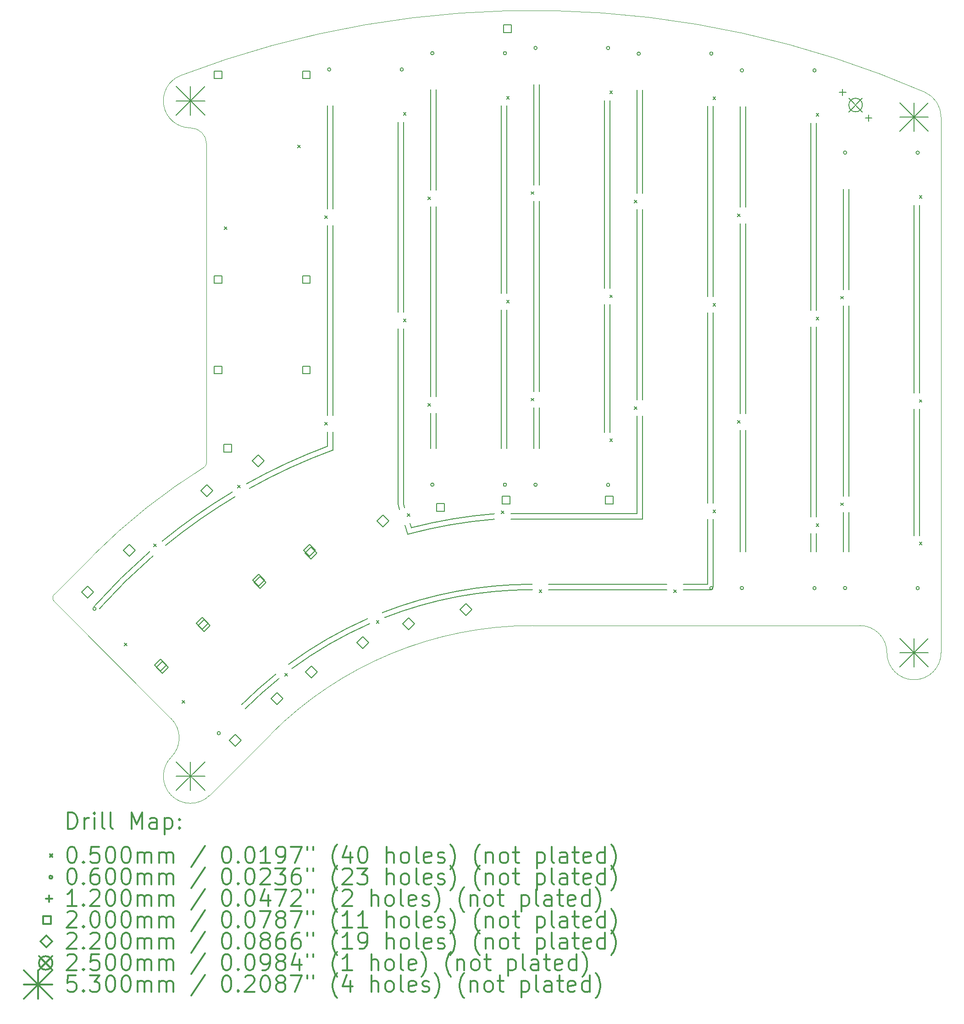
<source format=gbr>
%FSLAX45Y45*%
G04 Gerber Fmt 4.5, Leading zero omitted, Abs format (unit mm)*
G04 Created by KiCad (PCBNEW 5.1.12-84ad8e8a86~92~ubuntu20.04.1) date 2021-11-15 00:08:25*
%MOMM*%
%LPD*%
G01*
G04 APERTURE LIST*
%TA.AperFunction,Profile*%
%ADD10C,0.150000*%
%TD*%
%TA.AperFunction,Profile*%
%ADD11C,0.120000*%
%TD*%
%TA.AperFunction,Profile*%
%ADD12C,0.100000*%
%TD*%
%ADD13C,0.200000*%
%ADD14C,0.300000*%
G04 APERTURE END LIST*
D10*
X10948880Y-10645653D02*
G75*
G02*
X12495000Y-9936310I5227158J-9353707D01*
G01*
X12495000Y-9601000D02*
X12495000Y-9936310D01*
X9404119Y-11695542D02*
G75*
G02*
X10689135Y-10795764I6771920J-8303818D01*
G01*
X8186937Y-12858873D02*
X8191494Y-12862945D01*
X8186937Y-12858873D02*
G75*
G02*
X9174305Y-11888378I7989101J-7140487D01*
G01*
X8085428Y-12827590D02*
X8082908Y-12825356D01*
X8082907Y-12825356D02*
G75*
G02*
X9110026Y-11811774I8093131J-7174004D01*
G01*
X9339840Y-11618937D02*
G75*
G02*
X10639135Y-10709161I6836198J-8380423D01*
G01*
X10882035Y-14704959D02*
X10880713Y-14703636D01*
X10811325Y-14634248D02*
X10810017Y-14632940D01*
X13449876Y-13025939D02*
X13449278Y-13024410D01*
X13411601Y-12933533D02*
X13411010Y-12932022D01*
X13821559Y-11319106D02*
X13873552Y-11490171D01*
X13873552Y-11490171D02*
G75*
G02*
X15476000Y-11212000I2302486J-8509189D01*
G01*
X13411601Y-12933533D02*
G75*
G02*
X16176000Y-12412000I2764437J-7065827D01*
G01*
X10810017Y-14632940D02*
G75*
G02*
X11438058Y-14071106I5366022J-5366420D01*
G01*
X11676064Y-13888477D02*
G75*
G02*
X13133846Y-13046827I4499974J-6110883D01*
G01*
X11736940Y-13967813D02*
G75*
G02*
X13172114Y-13139215I4439098J-6031547D01*
G01*
X16476000Y-12412000D02*
X18660000Y-12412000D01*
X10880713Y-14703636D02*
G75*
G02*
X11498934Y-14150441I5295325J-5295724D01*
G01*
X13723889Y-11035451D02*
X13695000Y-10934236D01*
X13695000Y-7696000D02*
X13695000Y-10934236D01*
X13916111Y-11286549D02*
X13944459Y-11368296D01*
X13795000Y-7696000D02*
X13795000Y-10934236D01*
X13695000Y-7396000D02*
X13695000Y-3886000D01*
X13795000Y-3886000D02*
X13795000Y-7396000D01*
X12495000Y-5491000D02*
X12495000Y-3586000D01*
X12495000Y-9301000D02*
X12495000Y-5791000D01*
X12395000Y-9601000D02*
X12395000Y-9866650D01*
X12395000Y-5791000D02*
X12395000Y-9301000D01*
X12395000Y-3586000D02*
X12395000Y-5491000D01*
X18210000Y-9309000D02*
X18210000Y-11212000D01*
X15776000Y-11212000D02*
X18210000Y-11212000D01*
X19410000Y-11214000D02*
X19410000Y-12412000D01*
X18960000Y-12412000D02*
X19410000Y-12412000D01*
X18960000Y-12512000D02*
X19460000Y-12512000D01*
X18210000Y-5199000D02*
X18210000Y-3294000D01*
X18210000Y-9009000D02*
X18210000Y-5499000D01*
X18110000Y-9309000D02*
X18110000Y-11112000D01*
X18110000Y-5499000D02*
X18110000Y-9009000D01*
X18110000Y-3294000D02*
X18110000Y-5199000D01*
X19410000Y-7104000D02*
X19410000Y-3594000D01*
X19410000Y-10914000D02*
X19410000Y-7404000D01*
X19510000Y-11214000D02*
X19510000Y-12462000D01*
X19510000Y-7404000D02*
X19510000Y-10914000D01*
X19510000Y-3594000D02*
X19510000Y-7104000D01*
X15700000Y-7346000D02*
X15700000Y-9905000D01*
X15700000Y-3586000D02*
X15700000Y-7046000D01*
X15600000Y-7046000D02*
X15600000Y-3586000D01*
X15600000Y-9905000D02*
X15600000Y-7346000D01*
X14400000Y-9251000D02*
X14400000Y-9905000D01*
X14400000Y-5441000D02*
X14400000Y-8951000D01*
X14400000Y-3286000D02*
X14400000Y-5141000D01*
X14300000Y-5141000D02*
X14300000Y-3286000D01*
X14300000Y-8951000D02*
X14300000Y-5441000D01*
X14300000Y-9905000D02*
X14300000Y-9251000D01*
X17505000Y-6950000D02*
X17505000Y-3490000D01*
X17505000Y-9607000D02*
X17505000Y-7250000D01*
X17605000Y-7250000D02*
X17605000Y-9607000D01*
X17605000Y-3490000D02*
X17605000Y-6950000D01*
X16305000Y-3190000D02*
X16305000Y-5045000D01*
X16205000Y-5045000D02*
X16205000Y-3190000D01*
X16305000Y-5345000D02*
X16305000Y-8855000D01*
X16205000Y-8855000D02*
X16205000Y-5345000D01*
X16305000Y-9155000D02*
X16305000Y-9907000D01*
X16205000Y-9907000D02*
X16205000Y-9155000D01*
X21315000Y-7662000D02*
X21315000Y-11172000D01*
X21315000Y-3902000D02*
X21315000Y-7362000D01*
X21415000Y-7362000D02*
X21415000Y-3902000D01*
X21415000Y-11172000D02*
X21415000Y-7662000D01*
X21415000Y-11812000D02*
X21415000Y-11472000D01*
X21315000Y-11812000D02*
X21315000Y-11472000D01*
X20115000Y-9567000D02*
X20115000Y-11812000D01*
X20115000Y-5757000D02*
X20115000Y-9267000D01*
X20115000Y-3602000D02*
X20115000Y-5457000D01*
X20015000Y-5457000D02*
X20015000Y-3602000D01*
X20015000Y-9267000D02*
X20015000Y-5757000D01*
X20015000Y-11812000D02*
X20015000Y-9567000D01*
X23220000Y-11512000D02*
X23220000Y-9180000D01*
X23320000Y-8880000D02*
X23320000Y-5420000D01*
X23320000Y-11512000D02*
X23320000Y-9180000D01*
X21920000Y-11085000D02*
X21920000Y-11812000D01*
X21920000Y-7275000D02*
X21920000Y-10785000D01*
X21920000Y-5120000D02*
X21920000Y-6975000D01*
X22020000Y-6975000D02*
X22020000Y-5120000D01*
X22020000Y-10785000D02*
X22020000Y-7275000D01*
X22020000Y-11812000D02*
X22020000Y-11085000D01*
X23220000Y-5420000D02*
X23220000Y-8880000D01*
X13795000Y-10934236D02*
X13818441Y-11002894D01*
X10898875Y-10559042D02*
G75*
G02*
X12395000Y-9866650I5277163J-9440318D01*
G01*
X15776000Y-11112000D02*
X18110000Y-11112000D01*
X19510000Y-12462000D02*
G75*
G02*
X19460000Y-12512000I-50000J0D01*
G01*
X13944459Y-11368296D02*
G75*
G02*
X15476000Y-11112000I2231579J-8631064D01*
G01*
X16476000Y-12512000D02*
X18660000Y-12512000D01*
X13449876Y-13025939D02*
G75*
G02*
X16176000Y-12512000I2726162J-6973421D01*
G01*
D11*
X7352485Y-12734402D02*
G75*
G02*
X7352485Y-12592980I70711J70711D01*
G01*
D12*
X9510337Y-14892253D02*
G75*
G02*
X9510337Y-15599360I-353553J-353553D01*
G01*
X10217443Y-16306467D02*
G75*
G02*
X9510337Y-15599360I-353553J353553D01*
G01*
X9864130Y-3993217D02*
G75*
G02*
X10161490Y-4290577I0J-297360D01*
G01*
X9864130Y-3993217D02*
G75*
G02*
X9685297Y-3026200I-240J500000D01*
G01*
X22222038Y-13174000D02*
G75*
G02*
X22722038Y-13674000I0J-500000D01*
G01*
X23722038Y-13674000D02*
G75*
G02*
X22722038Y-13674000I-500000J0D01*
G01*
X10161490Y-10169693D02*
G75*
G02*
X10114309Y-10254577I-100000J29D01*
G01*
X10161490Y-4290577D02*
X10161490Y-10169693D01*
X23421413Y-3334354D02*
G75*
G02*
X23722038Y-3792884I-199375J-458530D01*
G01*
X9685297Y-3026200D02*
G75*
G02*
X23421413Y-3334354I6490741J-16973160D01*
G01*
X8061271Y-11884194D02*
G75*
G02*
X10114309Y-10254577I8114767J-8115166D01*
G01*
X7352485Y-12592980D02*
X8061271Y-11884194D01*
X9510337Y-14892253D02*
X7352485Y-12734402D01*
X11350034Y-15173356D02*
X10217443Y-16306467D01*
X11350034Y-15173356D02*
G75*
G02*
X16176038Y-13174360I4826004J-4826004D01*
G01*
X16176038Y-13174360D02*
X22222038Y-13174000D01*
X23722038Y-3792884D02*
X23722038Y-13674000D01*
D13*
X8645559Y-13493787D02*
X8695559Y-13543787D01*
X8695559Y-13493787D02*
X8645559Y-13543787D01*
X9183863Y-11671204D02*
X9233863Y-11721204D01*
X9233863Y-11671204D02*
X9183863Y-11721204D01*
X9706219Y-14554447D02*
X9756219Y-14604447D01*
X9756219Y-14554447D02*
X9706219Y-14604447D01*
X10490000Y-5813750D02*
X10540000Y-5863750D01*
X10540000Y-5813750D02*
X10490000Y-5863750D01*
X10731538Y-10587511D02*
X10781538Y-10637511D01*
X10781538Y-10587511D02*
X10731538Y-10637511D01*
X11608156Y-14053961D02*
X11658156Y-14103961D01*
X11658156Y-14053961D02*
X11608156Y-14103961D01*
X11840000Y-4313750D02*
X11890000Y-4363750D01*
X11890000Y-4313750D02*
X11840000Y-4363750D01*
X12345000Y-5616000D02*
X12395000Y-5666000D01*
X12395000Y-5616000D02*
X12345000Y-5666000D01*
X12345000Y-9426000D02*
X12395000Y-9476000D01*
X12395000Y-9426000D02*
X12345000Y-9476000D01*
X13295263Y-13079909D02*
X13345263Y-13129909D01*
X13345263Y-13079909D02*
X13295263Y-13129909D01*
X13795000Y-3711000D02*
X13845000Y-3761000D01*
X13845000Y-3711000D02*
X13795000Y-3761000D01*
X13795000Y-7521000D02*
X13845000Y-7571000D01*
X13845000Y-7521000D02*
X13795000Y-7571000D01*
X13865914Y-11111582D02*
X13915914Y-11161582D01*
X13915914Y-11111582D02*
X13865914Y-11161582D01*
X14250000Y-5266000D02*
X14300000Y-5316000D01*
X14300000Y-5266000D02*
X14250000Y-5316000D01*
X14250000Y-9076000D02*
X14300000Y-9126000D01*
X14300000Y-9076000D02*
X14250000Y-9126000D01*
X15601000Y-11062000D02*
X15651000Y-11112000D01*
X15651000Y-11062000D02*
X15601000Y-11112000D01*
X15700000Y-3411000D02*
X15750000Y-3461000D01*
X15750000Y-3411000D02*
X15700000Y-3461000D01*
X15700000Y-7171000D02*
X15750000Y-7221000D01*
X15750000Y-7171000D02*
X15700000Y-7221000D01*
X16155000Y-5170000D02*
X16205000Y-5220000D01*
X16205000Y-5170000D02*
X16155000Y-5220000D01*
X16155000Y-8980000D02*
X16205000Y-9030000D01*
X16205000Y-8980000D02*
X16155000Y-9030000D01*
X16301000Y-12512000D02*
X16351000Y-12562000D01*
X16351000Y-12512000D02*
X16301000Y-12562000D01*
X17605000Y-3315000D02*
X17655000Y-3365000D01*
X17655000Y-3315000D02*
X17605000Y-3365000D01*
X17605000Y-7075000D02*
X17655000Y-7125000D01*
X17655000Y-7075000D02*
X17605000Y-7125000D01*
X17605000Y-9732000D02*
X17655000Y-9782000D01*
X17655000Y-9732000D02*
X17605000Y-9782000D01*
X18060000Y-5324000D02*
X18110000Y-5374000D01*
X18110000Y-5324000D02*
X18060000Y-5374000D01*
X18060000Y-9134000D02*
X18110000Y-9184000D01*
X18110000Y-9134000D02*
X18060000Y-9184000D01*
X18785000Y-12512000D02*
X18835000Y-12562000D01*
X18835000Y-12512000D02*
X18785000Y-12562000D01*
X19510000Y-3419000D02*
X19560000Y-3469000D01*
X19560000Y-3419000D02*
X19510000Y-3469000D01*
X19510000Y-7229000D02*
X19560000Y-7279000D01*
X19560000Y-7229000D02*
X19510000Y-7279000D01*
X19510000Y-11039000D02*
X19560000Y-11089000D01*
X19560000Y-11039000D02*
X19510000Y-11089000D01*
X19965000Y-5582000D02*
X20015000Y-5632000D01*
X20015000Y-5582000D02*
X19965000Y-5632000D01*
X19965000Y-9392000D02*
X20015000Y-9442000D01*
X20015000Y-9392000D02*
X19965000Y-9442000D01*
X21415000Y-3727000D02*
X21465000Y-3777000D01*
X21465000Y-3727000D02*
X21415000Y-3777000D01*
X21415000Y-7487000D02*
X21465000Y-7537000D01*
X21465000Y-7487000D02*
X21415000Y-7537000D01*
X21415000Y-11297000D02*
X21465000Y-11347000D01*
X21465000Y-11297000D02*
X21415000Y-11347000D01*
X21870000Y-7100000D02*
X21920000Y-7150000D01*
X21920000Y-7100000D02*
X21870000Y-7150000D01*
X21870000Y-10910000D02*
X21920000Y-10960000D01*
X21920000Y-10910000D02*
X21870000Y-10960000D01*
X23320000Y-5245000D02*
X23370000Y-5295000D01*
X23370000Y-5245000D02*
X23320000Y-5295000D01*
X23320000Y-9005000D02*
X23370000Y-9055000D01*
X23370000Y-9005000D02*
X23320000Y-9055000D01*
X23320000Y-11637000D02*
X23370000Y-11687000D01*
X23370000Y-11637000D02*
X23320000Y-11687000D01*
X8122499Y-12862945D02*
G75*
G03*
X8122499Y-12862945I-30000J0D01*
G01*
X10417061Y-15157507D02*
G75*
G03*
X10417061Y-15157507I-30000J0D01*
G01*
X12455000Y-2916000D02*
G75*
G03*
X12455000Y-2916000I-30000J0D01*
G01*
X13795000Y-2916000D02*
G75*
G03*
X13795000Y-2916000I-30000J0D01*
G01*
X14360000Y-2616000D02*
G75*
G03*
X14360000Y-2616000I-30000J0D01*
G01*
X14360000Y-10575000D02*
G75*
G03*
X14360000Y-10575000I-30000J0D01*
G01*
X15700000Y-2616000D02*
G75*
G03*
X15700000Y-2616000I-30000J0D01*
G01*
X15700000Y-10575000D02*
G75*
G03*
X15700000Y-10575000I-30000J0D01*
G01*
X16265000Y-2520000D02*
G75*
G03*
X16265000Y-2520000I-30000J0D01*
G01*
X16265000Y-10577000D02*
G75*
G03*
X16265000Y-10577000I-30000J0D01*
G01*
X17605000Y-2520000D02*
G75*
G03*
X17605000Y-2520000I-30000J0D01*
G01*
X17605000Y-10577000D02*
G75*
G03*
X17605000Y-10577000I-30000J0D01*
G01*
X18170000Y-2624000D02*
G75*
G03*
X18170000Y-2624000I-30000J0D01*
G01*
X19510000Y-2624000D02*
G75*
G03*
X19510000Y-2624000I-30000J0D01*
G01*
X19510000Y-12482000D02*
G75*
G03*
X19510000Y-12482000I-30000J0D01*
G01*
X20075000Y-2932000D02*
G75*
G03*
X20075000Y-2932000I-30000J0D01*
G01*
X20075000Y-12482000D02*
G75*
G03*
X20075000Y-12482000I-30000J0D01*
G01*
X21415000Y-2932000D02*
G75*
G03*
X21415000Y-2932000I-30000J0D01*
G01*
X21415000Y-12482000D02*
G75*
G03*
X21415000Y-12482000I-30000J0D01*
G01*
X21980000Y-4450000D02*
G75*
G03*
X21980000Y-4450000I-30000J0D01*
G01*
X21980000Y-12482000D02*
G75*
G03*
X21980000Y-12482000I-30000J0D01*
G01*
X23320000Y-4450000D02*
G75*
G03*
X23320000Y-4450000I-30000J0D01*
G01*
X23320000Y-12482000D02*
G75*
G03*
X23320000Y-12482000I-30000J0D01*
G01*
X21905625Y-3274062D02*
X21905625Y-3394062D01*
X21845625Y-3334062D02*
X21965625Y-3334062D01*
X22381875Y-3750312D02*
X22381875Y-3870312D01*
X22321875Y-3810312D02*
X22441875Y-3810312D01*
X10446336Y-3086461D02*
X10446336Y-2945039D01*
X10304914Y-2945039D01*
X10304914Y-3086461D01*
X10446336Y-3086461D01*
X10446336Y-6861961D02*
X10446336Y-6720539D01*
X10304914Y-6720539D01*
X10304914Y-6861961D01*
X10446336Y-6861961D01*
X10446336Y-8528836D02*
X10446336Y-8387414D01*
X10304914Y-8387414D01*
X10304914Y-8528836D01*
X10446336Y-8528836D01*
X10620711Y-9970711D02*
X10620711Y-9829289D01*
X10479289Y-9829289D01*
X10479289Y-9970711D01*
X10620711Y-9970711D01*
X12075086Y-3086461D02*
X12075086Y-2945039D01*
X11933664Y-2945039D01*
X11933664Y-3086461D01*
X12075086Y-3086461D01*
X12075086Y-6861961D02*
X12075086Y-6720539D01*
X11933664Y-6720539D01*
X11933664Y-6861961D01*
X12075086Y-6861961D01*
X12075086Y-8528836D02*
X12075086Y-8387414D01*
X11933664Y-8387414D01*
X11933664Y-8528836D01*
X12075086Y-8528836D01*
X14550056Y-11062793D02*
X14550056Y-10921370D01*
X14408633Y-10921370D01*
X14408633Y-11062793D01*
X14550056Y-11062793D01*
X15763086Y-10928211D02*
X15763086Y-10786789D01*
X15621664Y-10786789D01*
X15621664Y-10928211D01*
X15763086Y-10928211D01*
X15785086Y-2236649D02*
X15785086Y-2095226D01*
X15643664Y-2095226D01*
X15643664Y-2236649D01*
X15785086Y-2236649D01*
X17668086Y-10930211D02*
X17668086Y-10788789D01*
X17526664Y-10788789D01*
X17526664Y-10930211D01*
X17668086Y-10930211D01*
X7961579Y-12665647D02*
X8071579Y-12555647D01*
X7961579Y-12445647D01*
X7851579Y-12555647D01*
X7961579Y-12665647D01*
X8732325Y-11894901D02*
X8842325Y-11784901D01*
X8732325Y-11674901D01*
X8622325Y-11784901D01*
X8732325Y-11894901D01*
X9308617Y-14012685D02*
X9418617Y-13902685D01*
X9308617Y-13792685D01*
X9198617Y-13902685D01*
X9308617Y-14012685D01*
X9347508Y-14051576D02*
X9457508Y-13941576D01*
X9347508Y-13831576D01*
X9237508Y-13941576D01*
X9347508Y-14051576D01*
X10079364Y-13241939D02*
X10189364Y-13131939D01*
X10079364Y-13021939D01*
X9969364Y-13131939D01*
X10079364Y-13241939D01*
X10118254Y-13280830D02*
X10228254Y-13170830D01*
X10118254Y-13060830D01*
X10008254Y-13170830D01*
X10118254Y-13280830D01*
X10168054Y-10793227D02*
X10278054Y-10683227D01*
X10168054Y-10573227D01*
X10058054Y-10683227D01*
X10168054Y-10793227D01*
X10694546Y-15398615D02*
X10804546Y-15288615D01*
X10694546Y-15178615D01*
X10584546Y-15288615D01*
X10694546Y-15398615D01*
X11112022Y-10248227D02*
X11222022Y-10138227D01*
X11112022Y-10028227D01*
X11002022Y-10138227D01*
X11112022Y-10248227D01*
X11120554Y-12443005D02*
X11230554Y-12333005D01*
X11120554Y-12223005D01*
X11010554Y-12333005D01*
X11120554Y-12443005D01*
X11148054Y-12490637D02*
X11258054Y-12380637D01*
X11148054Y-12270637D01*
X11038054Y-12380637D01*
X11148054Y-12490637D01*
X11465293Y-14627868D02*
X11575293Y-14517868D01*
X11465293Y-14407868D01*
X11355293Y-14517868D01*
X11465293Y-14627868D01*
X12064522Y-11898005D02*
X12174522Y-11788005D01*
X12064522Y-11678005D01*
X11954522Y-11788005D01*
X12064522Y-11898005D01*
X12092022Y-11945637D02*
X12202022Y-11835637D01*
X12092022Y-11725637D01*
X11982022Y-11835637D01*
X12092022Y-11945637D01*
X12100554Y-14140415D02*
X12210554Y-14030415D01*
X12100554Y-13920415D01*
X11990554Y-14030415D01*
X12100554Y-14140415D01*
X13044522Y-13595415D02*
X13154522Y-13485415D01*
X13044522Y-13375415D01*
X12934522Y-13485415D01*
X13044522Y-13595415D01*
X13414239Y-11351313D02*
X13524239Y-11241313D01*
X13414239Y-11131314D01*
X13304239Y-11241313D01*
X13414239Y-11351313D01*
X13891724Y-13252263D02*
X14001724Y-13142263D01*
X13891724Y-13032263D01*
X13781724Y-13142263D01*
X13891724Y-13252263D01*
X14948885Y-12986722D02*
X15058885Y-12876722D01*
X14948885Y-12766722D01*
X14838885Y-12876722D01*
X14948885Y-12986722D01*
X22018750Y-3447187D02*
X22268750Y-3697187D01*
X22268750Y-3447187D02*
X22018750Y-3697187D01*
X22268750Y-3572187D02*
G75*
G03*
X22268750Y-3572187I-125000J0D01*
G01*
X9598890Y-3228217D02*
X10128890Y-3758217D01*
X10128890Y-3228217D02*
X9598890Y-3758217D01*
X9863890Y-3228217D02*
X9863890Y-3758217D01*
X9598890Y-3493217D02*
X10128890Y-3493217D01*
X9598890Y-15687914D02*
X10128890Y-16217914D01*
X10128890Y-15687914D02*
X9598890Y-16217914D01*
X9863890Y-15687914D02*
X9863890Y-16217914D01*
X9598890Y-15952914D02*
X10128890Y-15952914D01*
X22957038Y-3527884D02*
X23487038Y-4057884D01*
X23487038Y-3527884D02*
X22957038Y-4057884D01*
X23222038Y-3527884D02*
X23222038Y-4057884D01*
X22957038Y-3792884D02*
X23487038Y-3792884D01*
X22957038Y-13409000D02*
X23487038Y-13939000D01*
X23487038Y-13409000D02*
X22957038Y-13939000D01*
X23222038Y-13409000D02*
X23222038Y-13939000D01*
X22957038Y-13674000D02*
X23487038Y-13674000D01*
D14*
X7603624Y-16923628D02*
X7603624Y-16623628D01*
X7675052Y-16623628D01*
X7717910Y-16637914D01*
X7746481Y-16666485D01*
X7760767Y-16695057D01*
X7775052Y-16752199D01*
X7775052Y-16795057D01*
X7760767Y-16852200D01*
X7746481Y-16880771D01*
X7717910Y-16909342D01*
X7675052Y-16923628D01*
X7603624Y-16923628D01*
X7903624Y-16923628D02*
X7903624Y-16723628D01*
X7903624Y-16780771D02*
X7917910Y-16752199D01*
X7932195Y-16737914D01*
X7960767Y-16723628D01*
X7989338Y-16723628D01*
X8089338Y-16923628D02*
X8089338Y-16723628D01*
X8089338Y-16623628D02*
X8075052Y-16637914D01*
X8089338Y-16652199D01*
X8103624Y-16637914D01*
X8089338Y-16623628D01*
X8089338Y-16652199D01*
X8275052Y-16923628D02*
X8246481Y-16909342D01*
X8232195Y-16880771D01*
X8232195Y-16623628D01*
X8432195Y-16923628D02*
X8403624Y-16909342D01*
X8389338Y-16880771D01*
X8389338Y-16623628D01*
X8775053Y-16923628D02*
X8775053Y-16623628D01*
X8875053Y-16837914D01*
X8975053Y-16623628D01*
X8975053Y-16923628D01*
X9246481Y-16923628D02*
X9246481Y-16766485D01*
X9232195Y-16737914D01*
X9203624Y-16723628D01*
X9146481Y-16723628D01*
X9117910Y-16737914D01*
X9246481Y-16909342D02*
X9217910Y-16923628D01*
X9146481Y-16923628D01*
X9117910Y-16909342D01*
X9103624Y-16880771D01*
X9103624Y-16852200D01*
X9117910Y-16823628D01*
X9146481Y-16809342D01*
X9217910Y-16809342D01*
X9246481Y-16795057D01*
X9389338Y-16723628D02*
X9389338Y-17023628D01*
X9389338Y-16737914D02*
X9417910Y-16723628D01*
X9475053Y-16723628D01*
X9503624Y-16737914D01*
X9517910Y-16752199D01*
X9532195Y-16780771D01*
X9532195Y-16866485D01*
X9517910Y-16895057D01*
X9503624Y-16909342D01*
X9475053Y-16923628D01*
X9417910Y-16923628D01*
X9389338Y-16909342D01*
X9660767Y-16895057D02*
X9675053Y-16909342D01*
X9660767Y-16923628D01*
X9646481Y-16909342D01*
X9660767Y-16895057D01*
X9660767Y-16923628D01*
X9660767Y-16737914D02*
X9675053Y-16752199D01*
X9660767Y-16766485D01*
X9646481Y-16752199D01*
X9660767Y-16737914D01*
X9660767Y-16766485D01*
X7267195Y-17392914D02*
X7317195Y-17442914D01*
X7317195Y-17392914D02*
X7267195Y-17442914D01*
X7660767Y-17253628D02*
X7689338Y-17253628D01*
X7717910Y-17267914D01*
X7732195Y-17282200D01*
X7746481Y-17310771D01*
X7760767Y-17367914D01*
X7760767Y-17439342D01*
X7746481Y-17496485D01*
X7732195Y-17525057D01*
X7717910Y-17539342D01*
X7689338Y-17553628D01*
X7660767Y-17553628D01*
X7632195Y-17539342D01*
X7617910Y-17525057D01*
X7603624Y-17496485D01*
X7589338Y-17439342D01*
X7589338Y-17367914D01*
X7603624Y-17310771D01*
X7617910Y-17282200D01*
X7632195Y-17267914D01*
X7660767Y-17253628D01*
X7889338Y-17525057D02*
X7903624Y-17539342D01*
X7889338Y-17553628D01*
X7875052Y-17539342D01*
X7889338Y-17525057D01*
X7889338Y-17553628D01*
X8175052Y-17253628D02*
X8032195Y-17253628D01*
X8017910Y-17396485D01*
X8032195Y-17382200D01*
X8060767Y-17367914D01*
X8132195Y-17367914D01*
X8160767Y-17382200D01*
X8175052Y-17396485D01*
X8189338Y-17425057D01*
X8189338Y-17496485D01*
X8175052Y-17525057D01*
X8160767Y-17539342D01*
X8132195Y-17553628D01*
X8060767Y-17553628D01*
X8032195Y-17539342D01*
X8017910Y-17525057D01*
X8375052Y-17253628D02*
X8403624Y-17253628D01*
X8432195Y-17267914D01*
X8446481Y-17282200D01*
X8460767Y-17310771D01*
X8475053Y-17367914D01*
X8475053Y-17439342D01*
X8460767Y-17496485D01*
X8446481Y-17525057D01*
X8432195Y-17539342D01*
X8403624Y-17553628D01*
X8375052Y-17553628D01*
X8346481Y-17539342D01*
X8332195Y-17525057D01*
X8317910Y-17496485D01*
X8303624Y-17439342D01*
X8303624Y-17367914D01*
X8317910Y-17310771D01*
X8332195Y-17282200D01*
X8346481Y-17267914D01*
X8375052Y-17253628D01*
X8660767Y-17253628D02*
X8689338Y-17253628D01*
X8717910Y-17267914D01*
X8732195Y-17282200D01*
X8746481Y-17310771D01*
X8760767Y-17367914D01*
X8760767Y-17439342D01*
X8746481Y-17496485D01*
X8732195Y-17525057D01*
X8717910Y-17539342D01*
X8689338Y-17553628D01*
X8660767Y-17553628D01*
X8632195Y-17539342D01*
X8617910Y-17525057D01*
X8603624Y-17496485D01*
X8589338Y-17439342D01*
X8589338Y-17367914D01*
X8603624Y-17310771D01*
X8617910Y-17282200D01*
X8632195Y-17267914D01*
X8660767Y-17253628D01*
X8889338Y-17553628D02*
X8889338Y-17353628D01*
X8889338Y-17382200D02*
X8903624Y-17367914D01*
X8932195Y-17353628D01*
X8975053Y-17353628D01*
X9003624Y-17367914D01*
X9017910Y-17396485D01*
X9017910Y-17553628D01*
X9017910Y-17396485D02*
X9032195Y-17367914D01*
X9060767Y-17353628D01*
X9103624Y-17353628D01*
X9132195Y-17367914D01*
X9146481Y-17396485D01*
X9146481Y-17553628D01*
X9289338Y-17553628D02*
X9289338Y-17353628D01*
X9289338Y-17382200D02*
X9303624Y-17367914D01*
X9332195Y-17353628D01*
X9375053Y-17353628D01*
X9403624Y-17367914D01*
X9417910Y-17396485D01*
X9417910Y-17553628D01*
X9417910Y-17396485D02*
X9432195Y-17367914D01*
X9460767Y-17353628D01*
X9503624Y-17353628D01*
X9532195Y-17367914D01*
X9546481Y-17396485D01*
X9546481Y-17553628D01*
X10132195Y-17239342D02*
X9875053Y-17625057D01*
X10517910Y-17253628D02*
X10546481Y-17253628D01*
X10575053Y-17267914D01*
X10589338Y-17282200D01*
X10603624Y-17310771D01*
X10617910Y-17367914D01*
X10617910Y-17439342D01*
X10603624Y-17496485D01*
X10589338Y-17525057D01*
X10575053Y-17539342D01*
X10546481Y-17553628D01*
X10517910Y-17553628D01*
X10489338Y-17539342D01*
X10475053Y-17525057D01*
X10460767Y-17496485D01*
X10446481Y-17439342D01*
X10446481Y-17367914D01*
X10460767Y-17310771D01*
X10475053Y-17282200D01*
X10489338Y-17267914D01*
X10517910Y-17253628D01*
X10746481Y-17525057D02*
X10760767Y-17539342D01*
X10746481Y-17553628D01*
X10732195Y-17539342D01*
X10746481Y-17525057D01*
X10746481Y-17553628D01*
X10946481Y-17253628D02*
X10975053Y-17253628D01*
X11003624Y-17267914D01*
X11017910Y-17282200D01*
X11032195Y-17310771D01*
X11046481Y-17367914D01*
X11046481Y-17439342D01*
X11032195Y-17496485D01*
X11017910Y-17525057D01*
X11003624Y-17539342D01*
X10975053Y-17553628D01*
X10946481Y-17553628D01*
X10917910Y-17539342D01*
X10903624Y-17525057D01*
X10889338Y-17496485D01*
X10875053Y-17439342D01*
X10875053Y-17367914D01*
X10889338Y-17310771D01*
X10903624Y-17282200D01*
X10917910Y-17267914D01*
X10946481Y-17253628D01*
X11332195Y-17553628D02*
X11160767Y-17553628D01*
X11246481Y-17553628D02*
X11246481Y-17253628D01*
X11217910Y-17296485D01*
X11189338Y-17325057D01*
X11160767Y-17339342D01*
X11475052Y-17553628D02*
X11532195Y-17553628D01*
X11560767Y-17539342D01*
X11575052Y-17525057D01*
X11603624Y-17482200D01*
X11617910Y-17425057D01*
X11617910Y-17310771D01*
X11603624Y-17282200D01*
X11589338Y-17267914D01*
X11560767Y-17253628D01*
X11503624Y-17253628D01*
X11475052Y-17267914D01*
X11460767Y-17282200D01*
X11446481Y-17310771D01*
X11446481Y-17382200D01*
X11460767Y-17410771D01*
X11475052Y-17425057D01*
X11503624Y-17439342D01*
X11560767Y-17439342D01*
X11589338Y-17425057D01*
X11603624Y-17410771D01*
X11617910Y-17382200D01*
X11717910Y-17253628D02*
X11917910Y-17253628D01*
X11789338Y-17553628D01*
X12017910Y-17253628D02*
X12017910Y-17310771D01*
X12132195Y-17253628D02*
X12132195Y-17310771D01*
X12575052Y-17667914D02*
X12560767Y-17653628D01*
X12532195Y-17610771D01*
X12517910Y-17582200D01*
X12503624Y-17539342D01*
X12489338Y-17467914D01*
X12489338Y-17410771D01*
X12503624Y-17339342D01*
X12517910Y-17296485D01*
X12532195Y-17267914D01*
X12560767Y-17225057D01*
X12575052Y-17210771D01*
X12817910Y-17353628D02*
X12817910Y-17553628D01*
X12746481Y-17239342D02*
X12675052Y-17453628D01*
X12860767Y-17453628D01*
X13032195Y-17253628D02*
X13060767Y-17253628D01*
X13089338Y-17267914D01*
X13103624Y-17282200D01*
X13117910Y-17310771D01*
X13132195Y-17367914D01*
X13132195Y-17439342D01*
X13117910Y-17496485D01*
X13103624Y-17525057D01*
X13089338Y-17539342D01*
X13060767Y-17553628D01*
X13032195Y-17553628D01*
X13003624Y-17539342D01*
X12989338Y-17525057D01*
X12975052Y-17496485D01*
X12960767Y-17439342D01*
X12960767Y-17367914D01*
X12975052Y-17310771D01*
X12989338Y-17282200D01*
X13003624Y-17267914D01*
X13032195Y-17253628D01*
X13489338Y-17553628D02*
X13489338Y-17253628D01*
X13617910Y-17553628D02*
X13617910Y-17396485D01*
X13603624Y-17367914D01*
X13575052Y-17353628D01*
X13532195Y-17353628D01*
X13503624Y-17367914D01*
X13489338Y-17382200D01*
X13803624Y-17553628D02*
X13775052Y-17539342D01*
X13760767Y-17525057D01*
X13746481Y-17496485D01*
X13746481Y-17410771D01*
X13760767Y-17382200D01*
X13775052Y-17367914D01*
X13803624Y-17353628D01*
X13846481Y-17353628D01*
X13875052Y-17367914D01*
X13889338Y-17382200D01*
X13903624Y-17410771D01*
X13903624Y-17496485D01*
X13889338Y-17525057D01*
X13875052Y-17539342D01*
X13846481Y-17553628D01*
X13803624Y-17553628D01*
X14075052Y-17553628D02*
X14046481Y-17539342D01*
X14032195Y-17510771D01*
X14032195Y-17253628D01*
X14303624Y-17539342D02*
X14275052Y-17553628D01*
X14217910Y-17553628D01*
X14189338Y-17539342D01*
X14175052Y-17510771D01*
X14175052Y-17396485D01*
X14189338Y-17367914D01*
X14217910Y-17353628D01*
X14275052Y-17353628D01*
X14303624Y-17367914D01*
X14317910Y-17396485D01*
X14317910Y-17425057D01*
X14175052Y-17453628D01*
X14432195Y-17539342D02*
X14460767Y-17553628D01*
X14517910Y-17553628D01*
X14546481Y-17539342D01*
X14560767Y-17510771D01*
X14560767Y-17496485D01*
X14546481Y-17467914D01*
X14517910Y-17453628D01*
X14475052Y-17453628D01*
X14446481Y-17439342D01*
X14432195Y-17410771D01*
X14432195Y-17396485D01*
X14446481Y-17367914D01*
X14475052Y-17353628D01*
X14517910Y-17353628D01*
X14546481Y-17367914D01*
X14660767Y-17667914D02*
X14675052Y-17653628D01*
X14703624Y-17610771D01*
X14717910Y-17582200D01*
X14732195Y-17539342D01*
X14746481Y-17467914D01*
X14746481Y-17410771D01*
X14732195Y-17339342D01*
X14717910Y-17296485D01*
X14703624Y-17267914D01*
X14675052Y-17225057D01*
X14660767Y-17210771D01*
X15203624Y-17667914D02*
X15189338Y-17653628D01*
X15160767Y-17610771D01*
X15146481Y-17582200D01*
X15132195Y-17539342D01*
X15117910Y-17467914D01*
X15117910Y-17410771D01*
X15132195Y-17339342D01*
X15146481Y-17296485D01*
X15160767Y-17267914D01*
X15189338Y-17225057D01*
X15203624Y-17210771D01*
X15317910Y-17353628D02*
X15317910Y-17553628D01*
X15317910Y-17382200D02*
X15332195Y-17367914D01*
X15360767Y-17353628D01*
X15403624Y-17353628D01*
X15432195Y-17367914D01*
X15446481Y-17396485D01*
X15446481Y-17553628D01*
X15632195Y-17553628D02*
X15603624Y-17539342D01*
X15589338Y-17525057D01*
X15575052Y-17496485D01*
X15575052Y-17410771D01*
X15589338Y-17382200D01*
X15603624Y-17367914D01*
X15632195Y-17353628D01*
X15675052Y-17353628D01*
X15703624Y-17367914D01*
X15717910Y-17382200D01*
X15732195Y-17410771D01*
X15732195Y-17496485D01*
X15717910Y-17525057D01*
X15703624Y-17539342D01*
X15675052Y-17553628D01*
X15632195Y-17553628D01*
X15817910Y-17353628D02*
X15932195Y-17353628D01*
X15860767Y-17253628D02*
X15860767Y-17510771D01*
X15875052Y-17539342D01*
X15903624Y-17553628D01*
X15932195Y-17553628D01*
X16260767Y-17353628D02*
X16260767Y-17653628D01*
X16260767Y-17367914D02*
X16289338Y-17353628D01*
X16346481Y-17353628D01*
X16375052Y-17367914D01*
X16389338Y-17382200D01*
X16403624Y-17410771D01*
X16403624Y-17496485D01*
X16389338Y-17525057D01*
X16375052Y-17539342D01*
X16346481Y-17553628D01*
X16289338Y-17553628D01*
X16260767Y-17539342D01*
X16575052Y-17553628D02*
X16546481Y-17539342D01*
X16532195Y-17510771D01*
X16532195Y-17253628D01*
X16817910Y-17553628D02*
X16817910Y-17396485D01*
X16803624Y-17367914D01*
X16775052Y-17353628D01*
X16717910Y-17353628D01*
X16689338Y-17367914D01*
X16817910Y-17539342D02*
X16789338Y-17553628D01*
X16717910Y-17553628D01*
X16689338Y-17539342D01*
X16675052Y-17510771D01*
X16675052Y-17482200D01*
X16689338Y-17453628D01*
X16717910Y-17439342D01*
X16789338Y-17439342D01*
X16817910Y-17425057D01*
X16917910Y-17353628D02*
X17032195Y-17353628D01*
X16960767Y-17253628D02*
X16960767Y-17510771D01*
X16975053Y-17539342D01*
X17003624Y-17553628D01*
X17032195Y-17553628D01*
X17246481Y-17539342D02*
X17217910Y-17553628D01*
X17160767Y-17553628D01*
X17132195Y-17539342D01*
X17117910Y-17510771D01*
X17117910Y-17396485D01*
X17132195Y-17367914D01*
X17160767Y-17353628D01*
X17217910Y-17353628D01*
X17246481Y-17367914D01*
X17260767Y-17396485D01*
X17260767Y-17425057D01*
X17117910Y-17453628D01*
X17517910Y-17553628D02*
X17517910Y-17253628D01*
X17517910Y-17539342D02*
X17489338Y-17553628D01*
X17432195Y-17553628D01*
X17403624Y-17539342D01*
X17389338Y-17525057D01*
X17375053Y-17496485D01*
X17375053Y-17410771D01*
X17389338Y-17382200D01*
X17403624Y-17367914D01*
X17432195Y-17353628D01*
X17489338Y-17353628D01*
X17517910Y-17367914D01*
X17632195Y-17667914D02*
X17646481Y-17653628D01*
X17675053Y-17610771D01*
X17689338Y-17582200D01*
X17703624Y-17539342D01*
X17717910Y-17467914D01*
X17717910Y-17410771D01*
X17703624Y-17339342D01*
X17689338Y-17296485D01*
X17675053Y-17267914D01*
X17646481Y-17225057D01*
X17632195Y-17210771D01*
X7317195Y-17813914D02*
G75*
G03*
X7317195Y-17813914I-30000J0D01*
G01*
X7660767Y-17649628D02*
X7689338Y-17649628D01*
X7717910Y-17663914D01*
X7732195Y-17678200D01*
X7746481Y-17706771D01*
X7760767Y-17763914D01*
X7760767Y-17835342D01*
X7746481Y-17892485D01*
X7732195Y-17921057D01*
X7717910Y-17935342D01*
X7689338Y-17949628D01*
X7660767Y-17949628D01*
X7632195Y-17935342D01*
X7617910Y-17921057D01*
X7603624Y-17892485D01*
X7589338Y-17835342D01*
X7589338Y-17763914D01*
X7603624Y-17706771D01*
X7617910Y-17678200D01*
X7632195Y-17663914D01*
X7660767Y-17649628D01*
X7889338Y-17921057D02*
X7903624Y-17935342D01*
X7889338Y-17949628D01*
X7875052Y-17935342D01*
X7889338Y-17921057D01*
X7889338Y-17949628D01*
X8160767Y-17649628D02*
X8103624Y-17649628D01*
X8075052Y-17663914D01*
X8060767Y-17678200D01*
X8032195Y-17721057D01*
X8017910Y-17778200D01*
X8017910Y-17892485D01*
X8032195Y-17921057D01*
X8046481Y-17935342D01*
X8075052Y-17949628D01*
X8132195Y-17949628D01*
X8160767Y-17935342D01*
X8175052Y-17921057D01*
X8189338Y-17892485D01*
X8189338Y-17821057D01*
X8175052Y-17792485D01*
X8160767Y-17778200D01*
X8132195Y-17763914D01*
X8075052Y-17763914D01*
X8046481Y-17778200D01*
X8032195Y-17792485D01*
X8017910Y-17821057D01*
X8375052Y-17649628D02*
X8403624Y-17649628D01*
X8432195Y-17663914D01*
X8446481Y-17678200D01*
X8460767Y-17706771D01*
X8475053Y-17763914D01*
X8475053Y-17835342D01*
X8460767Y-17892485D01*
X8446481Y-17921057D01*
X8432195Y-17935342D01*
X8403624Y-17949628D01*
X8375052Y-17949628D01*
X8346481Y-17935342D01*
X8332195Y-17921057D01*
X8317910Y-17892485D01*
X8303624Y-17835342D01*
X8303624Y-17763914D01*
X8317910Y-17706771D01*
X8332195Y-17678200D01*
X8346481Y-17663914D01*
X8375052Y-17649628D01*
X8660767Y-17649628D02*
X8689338Y-17649628D01*
X8717910Y-17663914D01*
X8732195Y-17678200D01*
X8746481Y-17706771D01*
X8760767Y-17763914D01*
X8760767Y-17835342D01*
X8746481Y-17892485D01*
X8732195Y-17921057D01*
X8717910Y-17935342D01*
X8689338Y-17949628D01*
X8660767Y-17949628D01*
X8632195Y-17935342D01*
X8617910Y-17921057D01*
X8603624Y-17892485D01*
X8589338Y-17835342D01*
X8589338Y-17763914D01*
X8603624Y-17706771D01*
X8617910Y-17678200D01*
X8632195Y-17663914D01*
X8660767Y-17649628D01*
X8889338Y-17949628D02*
X8889338Y-17749628D01*
X8889338Y-17778200D02*
X8903624Y-17763914D01*
X8932195Y-17749628D01*
X8975053Y-17749628D01*
X9003624Y-17763914D01*
X9017910Y-17792485D01*
X9017910Y-17949628D01*
X9017910Y-17792485D02*
X9032195Y-17763914D01*
X9060767Y-17749628D01*
X9103624Y-17749628D01*
X9132195Y-17763914D01*
X9146481Y-17792485D01*
X9146481Y-17949628D01*
X9289338Y-17949628D02*
X9289338Y-17749628D01*
X9289338Y-17778200D02*
X9303624Y-17763914D01*
X9332195Y-17749628D01*
X9375053Y-17749628D01*
X9403624Y-17763914D01*
X9417910Y-17792485D01*
X9417910Y-17949628D01*
X9417910Y-17792485D02*
X9432195Y-17763914D01*
X9460767Y-17749628D01*
X9503624Y-17749628D01*
X9532195Y-17763914D01*
X9546481Y-17792485D01*
X9546481Y-17949628D01*
X10132195Y-17635342D02*
X9875053Y-18021057D01*
X10517910Y-17649628D02*
X10546481Y-17649628D01*
X10575053Y-17663914D01*
X10589338Y-17678200D01*
X10603624Y-17706771D01*
X10617910Y-17763914D01*
X10617910Y-17835342D01*
X10603624Y-17892485D01*
X10589338Y-17921057D01*
X10575053Y-17935342D01*
X10546481Y-17949628D01*
X10517910Y-17949628D01*
X10489338Y-17935342D01*
X10475053Y-17921057D01*
X10460767Y-17892485D01*
X10446481Y-17835342D01*
X10446481Y-17763914D01*
X10460767Y-17706771D01*
X10475053Y-17678200D01*
X10489338Y-17663914D01*
X10517910Y-17649628D01*
X10746481Y-17921057D02*
X10760767Y-17935342D01*
X10746481Y-17949628D01*
X10732195Y-17935342D01*
X10746481Y-17921057D01*
X10746481Y-17949628D01*
X10946481Y-17649628D02*
X10975053Y-17649628D01*
X11003624Y-17663914D01*
X11017910Y-17678200D01*
X11032195Y-17706771D01*
X11046481Y-17763914D01*
X11046481Y-17835342D01*
X11032195Y-17892485D01*
X11017910Y-17921057D01*
X11003624Y-17935342D01*
X10975053Y-17949628D01*
X10946481Y-17949628D01*
X10917910Y-17935342D01*
X10903624Y-17921057D01*
X10889338Y-17892485D01*
X10875053Y-17835342D01*
X10875053Y-17763914D01*
X10889338Y-17706771D01*
X10903624Y-17678200D01*
X10917910Y-17663914D01*
X10946481Y-17649628D01*
X11160767Y-17678200D02*
X11175053Y-17663914D01*
X11203624Y-17649628D01*
X11275052Y-17649628D01*
X11303624Y-17663914D01*
X11317910Y-17678200D01*
X11332195Y-17706771D01*
X11332195Y-17735342D01*
X11317910Y-17778200D01*
X11146481Y-17949628D01*
X11332195Y-17949628D01*
X11432195Y-17649628D02*
X11617910Y-17649628D01*
X11517910Y-17763914D01*
X11560767Y-17763914D01*
X11589338Y-17778200D01*
X11603624Y-17792485D01*
X11617910Y-17821057D01*
X11617910Y-17892485D01*
X11603624Y-17921057D01*
X11589338Y-17935342D01*
X11560767Y-17949628D01*
X11475052Y-17949628D01*
X11446481Y-17935342D01*
X11432195Y-17921057D01*
X11875052Y-17649628D02*
X11817910Y-17649628D01*
X11789338Y-17663914D01*
X11775052Y-17678200D01*
X11746481Y-17721057D01*
X11732195Y-17778200D01*
X11732195Y-17892485D01*
X11746481Y-17921057D01*
X11760767Y-17935342D01*
X11789338Y-17949628D01*
X11846481Y-17949628D01*
X11875052Y-17935342D01*
X11889338Y-17921057D01*
X11903624Y-17892485D01*
X11903624Y-17821057D01*
X11889338Y-17792485D01*
X11875052Y-17778200D01*
X11846481Y-17763914D01*
X11789338Y-17763914D01*
X11760767Y-17778200D01*
X11746481Y-17792485D01*
X11732195Y-17821057D01*
X12017910Y-17649628D02*
X12017910Y-17706771D01*
X12132195Y-17649628D02*
X12132195Y-17706771D01*
X12575052Y-18063914D02*
X12560767Y-18049628D01*
X12532195Y-18006771D01*
X12517910Y-17978200D01*
X12503624Y-17935342D01*
X12489338Y-17863914D01*
X12489338Y-17806771D01*
X12503624Y-17735342D01*
X12517910Y-17692485D01*
X12532195Y-17663914D01*
X12560767Y-17621057D01*
X12575052Y-17606771D01*
X12675052Y-17678200D02*
X12689338Y-17663914D01*
X12717910Y-17649628D01*
X12789338Y-17649628D01*
X12817910Y-17663914D01*
X12832195Y-17678200D01*
X12846481Y-17706771D01*
X12846481Y-17735342D01*
X12832195Y-17778200D01*
X12660767Y-17949628D01*
X12846481Y-17949628D01*
X12946481Y-17649628D02*
X13132195Y-17649628D01*
X13032195Y-17763914D01*
X13075052Y-17763914D01*
X13103624Y-17778200D01*
X13117910Y-17792485D01*
X13132195Y-17821057D01*
X13132195Y-17892485D01*
X13117910Y-17921057D01*
X13103624Y-17935342D01*
X13075052Y-17949628D01*
X12989338Y-17949628D01*
X12960767Y-17935342D01*
X12946481Y-17921057D01*
X13489338Y-17949628D02*
X13489338Y-17649628D01*
X13617910Y-17949628D02*
X13617910Y-17792485D01*
X13603624Y-17763914D01*
X13575052Y-17749628D01*
X13532195Y-17749628D01*
X13503624Y-17763914D01*
X13489338Y-17778200D01*
X13803624Y-17949628D02*
X13775052Y-17935342D01*
X13760767Y-17921057D01*
X13746481Y-17892485D01*
X13746481Y-17806771D01*
X13760767Y-17778200D01*
X13775052Y-17763914D01*
X13803624Y-17749628D01*
X13846481Y-17749628D01*
X13875052Y-17763914D01*
X13889338Y-17778200D01*
X13903624Y-17806771D01*
X13903624Y-17892485D01*
X13889338Y-17921057D01*
X13875052Y-17935342D01*
X13846481Y-17949628D01*
X13803624Y-17949628D01*
X14075052Y-17949628D02*
X14046481Y-17935342D01*
X14032195Y-17906771D01*
X14032195Y-17649628D01*
X14303624Y-17935342D02*
X14275052Y-17949628D01*
X14217910Y-17949628D01*
X14189338Y-17935342D01*
X14175052Y-17906771D01*
X14175052Y-17792485D01*
X14189338Y-17763914D01*
X14217910Y-17749628D01*
X14275052Y-17749628D01*
X14303624Y-17763914D01*
X14317910Y-17792485D01*
X14317910Y-17821057D01*
X14175052Y-17849628D01*
X14432195Y-17935342D02*
X14460767Y-17949628D01*
X14517910Y-17949628D01*
X14546481Y-17935342D01*
X14560767Y-17906771D01*
X14560767Y-17892485D01*
X14546481Y-17863914D01*
X14517910Y-17849628D01*
X14475052Y-17849628D01*
X14446481Y-17835342D01*
X14432195Y-17806771D01*
X14432195Y-17792485D01*
X14446481Y-17763914D01*
X14475052Y-17749628D01*
X14517910Y-17749628D01*
X14546481Y-17763914D01*
X14660767Y-18063914D02*
X14675052Y-18049628D01*
X14703624Y-18006771D01*
X14717910Y-17978200D01*
X14732195Y-17935342D01*
X14746481Y-17863914D01*
X14746481Y-17806771D01*
X14732195Y-17735342D01*
X14717910Y-17692485D01*
X14703624Y-17663914D01*
X14675052Y-17621057D01*
X14660767Y-17606771D01*
X15203624Y-18063914D02*
X15189338Y-18049628D01*
X15160767Y-18006771D01*
X15146481Y-17978200D01*
X15132195Y-17935342D01*
X15117910Y-17863914D01*
X15117910Y-17806771D01*
X15132195Y-17735342D01*
X15146481Y-17692485D01*
X15160767Y-17663914D01*
X15189338Y-17621057D01*
X15203624Y-17606771D01*
X15317910Y-17749628D02*
X15317910Y-17949628D01*
X15317910Y-17778200D02*
X15332195Y-17763914D01*
X15360767Y-17749628D01*
X15403624Y-17749628D01*
X15432195Y-17763914D01*
X15446481Y-17792485D01*
X15446481Y-17949628D01*
X15632195Y-17949628D02*
X15603624Y-17935342D01*
X15589338Y-17921057D01*
X15575052Y-17892485D01*
X15575052Y-17806771D01*
X15589338Y-17778200D01*
X15603624Y-17763914D01*
X15632195Y-17749628D01*
X15675052Y-17749628D01*
X15703624Y-17763914D01*
X15717910Y-17778200D01*
X15732195Y-17806771D01*
X15732195Y-17892485D01*
X15717910Y-17921057D01*
X15703624Y-17935342D01*
X15675052Y-17949628D01*
X15632195Y-17949628D01*
X15817910Y-17749628D02*
X15932195Y-17749628D01*
X15860767Y-17649628D02*
X15860767Y-17906771D01*
X15875052Y-17935342D01*
X15903624Y-17949628D01*
X15932195Y-17949628D01*
X16260767Y-17749628D02*
X16260767Y-18049628D01*
X16260767Y-17763914D02*
X16289338Y-17749628D01*
X16346481Y-17749628D01*
X16375052Y-17763914D01*
X16389338Y-17778200D01*
X16403624Y-17806771D01*
X16403624Y-17892485D01*
X16389338Y-17921057D01*
X16375052Y-17935342D01*
X16346481Y-17949628D01*
X16289338Y-17949628D01*
X16260767Y-17935342D01*
X16575052Y-17949628D02*
X16546481Y-17935342D01*
X16532195Y-17906771D01*
X16532195Y-17649628D01*
X16817910Y-17949628D02*
X16817910Y-17792485D01*
X16803624Y-17763914D01*
X16775052Y-17749628D01*
X16717910Y-17749628D01*
X16689338Y-17763914D01*
X16817910Y-17935342D02*
X16789338Y-17949628D01*
X16717910Y-17949628D01*
X16689338Y-17935342D01*
X16675052Y-17906771D01*
X16675052Y-17878200D01*
X16689338Y-17849628D01*
X16717910Y-17835342D01*
X16789338Y-17835342D01*
X16817910Y-17821057D01*
X16917910Y-17749628D02*
X17032195Y-17749628D01*
X16960767Y-17649628D02*
X16960767Y-17906771D01*
X16975053Y-17935342D01*
X17003624Y-17949628D01*
X17032195Y-17949628D01*
X17246481Y-17935342D02*
X17217910Y-17949628D01*
X17160767Y-17949628D01*
X17132195Y-17935342D01*
X17117910Y-17906771D01*
X17117910Y-17792485D01*
X17132195Y-17763914D01*
X17160767Y-17749628D01*
X17217910Y-17749628D01*
X17246481Y-17763914D01*
X17260767Y-17792485D01*
X17260767Y-17821057D01*
X17117910Y-17849628D01*
X17517910Y-17949628D02*
X17517910Y-17649628D01*
X17517910Y-17935342D02*
X17489338Y-17949628D01*
X17432195Y-17949628D01*
X17403624Y-17935342D01*
X17389338Y-17921057D01*
X17375053Y-17892485D01*
X17375053Y-17806771D01*
X17389338Y-17778200D01*
X17403624Y-17763914D01*
X17432195Y-17749628D01*
X17489338Y-17749628D01*
X17517910Y-17763914D01*
X17632195Y-18063914D02*
X17646481Y-18049628D01*
X17675053Y-18006771D01*
X17689338Y-17978200D01*
X17703624Y-17935342D01*
X17717910Y-17863914D01*
X17717910Y-17806771D01*
X17703624Y-17735342D01*
X17689338Y-17692485D01*
X17675053Y-17663914D01*
X17646481Y-17621057D01*
X17632195Y-17606771D01*
X7257195Y-18149914D02*
X7257195Y-18269914D01*
X7197195Y-18209914D02*
X7317195Y-18209914D01*
X7760767Y-18345628D02*
X7589338Y-18345628D01*
X7675052Y-18345628D02*
X7675052Y-18045628D01*
X7646481Y-18088485D01*
X7617910Y-18117057D01*
X7589338Y-18131342D01*
X7889338Y-18317057D02*
X7903624Y-18331342D01*
X7889338Y-18345628D01*
X7875052Y-18331342D01*
X7889338Y-18317057D01*
X7889338Y-18345628D01*
X8017910Y-18074200D02*
X8032195Y-18059914D01*
X8060767Y-18045628D01*
X8132195Y-18045628D01*
X8160767Y-18059914D01*
X8175052Y-18074200D01*
X8189338Y-18102771D01*
X8189338Y-18131342D01*
X8175052Y-18174200D01*
X8003624Y-18345628D01*
X8189338Y-18345628D01*
X8375052Y-18045628D02*
X8403624Y-18045628D01*
X8432195Y-18059914D01*
X8446481Y-18074200D01*
X8460767Y-18102771D01*
X8475053Y-18159914D01*
X8475053Y-18231342D01*
X8460767Y-18288485D01*
X8446481Y-18317057D01*
X8432195Y-18331342D01*
X8403624Y-18345628D01*
X8375052Y-18345628D01*
X8346481Y-18331342D01*
X8332195Y-18317057D01*
X8317910Y-18288485D01*
X8303624Y-18231342D01*
X8303624Y-18159914D01*
X8317910Y-18102771D01*
X8332195Y-18074200D01*
X8346481Y-18059914D01*
X8375052Y-18045628D01*
X8660767Y-18045628D02*
X8689338Y-18045628D01*
X8717910Y-18059914D01*
X8732195Y-18074200D01*
X8746481Y-18102771D01*
X8760767Y-18159914D01*
X8760767Y-18231342D01*
X8746481Y-18288485D01*
X8732195Y-18317057D01*
X8717910Y-18331342D01*
X8689338Y-18345628D01*
X8660767Y-18345628D01*
X8632195Y-18331342D01*
X8617910Y-18317057D01*
X8603624Y-18288485D01*
X8589338Y-18231342D01*
X8589338Y-18159914D01*
X8603624Y-18102771D01*
X8617910Y-18074200D01*
X8632195Y-18059914D01*
X8660767Y-18045628D01*
X8889338Y-18345628D02*
X8889338Y-18145628D01*
X8889338Y-18174200D02*
X8903624Y-18159914D01*
X8932195Y-18145628D01*
X8975053Y-18145628D01*
X9003624Y-18159914D01*
X9017910Y-18188485D01*
X9017910Y-18345628D01*
X9017910Y-18188485D02*
X9032195Y-18159914D01*
X9060767Y-18145628D01*
X9103624Y-18145628D01*
X9132195Y-18159914D01*
X9146481Y-18188485D01*
X9146481Y-18345628D01*
X9289338Y-18345628D02*
X9289338Y-18145628D01*
X9289338Y-18174200D02*
X9303624Y-18159914D01*
X9332195Y-18145628D01*
X9375053Y-18145628D01*
X9403624Y-18159914D01*
X9417910Y-18188485D01*
X9417910Y-18345628D01*
X9417910Y-18188485D02*
X9432195Y-18159914D01*
X9460767Y-18145628D01*
X9503624Y-18145628D01*
X9532195Y-18159914D01*
X9546481Y-18188485D01*
X9546481Y-18345628D01*
X10132195Y-18031342D02*
X9875053Y-18417057D01*
X10517910Y-18045628D02*
X10546481Y-18045628D01*
X10575053Y-18059914D01*
X10589338Y-18074200D01*
X10603624Y-18102771D01*
X10617910Y-18159914D01*
X10617910Y-18231342D01*
X10603624Y-18288485D01*
X10589338Y-18317057D01*
X10575053Y-18331342D01*
X10546481Y-18345628D01*
X10517910Y-18345628D01*
X10489338Y-18331342D01*
X10475053Y-18317057D01*
X10460767Y-18288485D01*
X10446481Y-18231342D01*
X10446481Y-18159914D01*
X10460767Y-18102771D01*
X10475053Y-18074200D01*
X10489338Y-18059914D01*
X10517910Y-18045628D01*
X10746481Y-18317057D02*
X10760767Y-18331342D01*
X10746481Y-18345628D01*
X10732195Y-18331342D01*
X10746481Y-18317057D01*
X10746481Y-18345628D01*
X10946481Y-18045628D02*
X10975053Y-18045628D01*
X11003624Y-18059914D01*
X11017910Y-18074200D01*
X11032195Y-18102771D01*
X11046481Y-18159914D01*
X11046481Y-18231342D01*
X11032195Y-18288485D01*
X11017910Y-18317057D01*
X11003624Y-18331342D01*
X10975053Y-18345628D01*
X10946481Y-18345628D01*
X10917910Y-18331342D01*
X10903624Y-18317057D01*
X10889338Y-18288485D01*
X10875053Y-18231342D01*
X10875053Y-18159914D01*
X10889338Y-18102771D01*
X10903624Y-18074200D01*
X10917910Y-18059914D01*
X10946481Y-18045628D01*
X11303624Y-18145628D02*
X11303624Y-18345628D01*
X11232195Y-18031342D02*
X11160767Y-18245628D01*
X11346481Y-18245628D01*
X11432195Y-18045628D02*
X11632195Y-18045628D01*
X11503624Y-18345628D01*
X11732195Y-18074200D02*
X11746481Y-18059914D01*
X11775052Y-18045628D01*
X11846481Y-18045628D01*
X11875052Y-18059914D01*
X11889338Y-18074200D01*
X11903624Y-18102771D01*
X11903624Y-18131342D01*
X11889338Y-18174200D01*
X11717910Y-18345628D01*
X11903624Y-18345628D01*
X12017910Y-18045628D02*
X12017910Y-18102771D01*
X12132195Y-18045628D02*
X12132195Y-18102771D01*
X12575052Y-18459914D02*
X12560767Y-18445628D01*
X12532195Y-18402771D01*
X12517910Y-18374200D01*
X12503624Y-18331342D01*
X12489338Y-18259914D01*
X12489338Y-18202771D01*
X12503624Y-18131342D01*
X12517910Y-18088485D01*
X12532195Y-18059914D01*
X12560767Y-18017057D01*
X12575052Y-18002771D01*
X12675052Y-18074200D02*
X12689338Y-18059914D01*
X12717910Y-18045628D01*
X12789338Y-18045628D01*
X12817910Y-18059914D01*
X12832195Y-18074200D01*
X12846481Y-18102771D01*
X12846481Y-18131342D01*
X12832195Y-18174200D01*
X12660767Y-18345628D01*
X12846481Y-18345628D01*
X13203624Y-18345628D02*
X13203624Y-18045628D01*
X13332195Y-18345628D02*
X13332195Y-18188485D01*
X13317910Y-18159914D01*
X13289338Y-18145628D01*
X13246481Y-18145628D01*
X13217910Y-18159914D01*
X13203624Y-18174200D01*
X13517910Y-18345628D02*
X13489338Y-18331342D01*
X13475052Y-18317057D01*
X13460767Y-18288485D01*
X13460767Y-18202771D01*
X13475052Y-18174200D01*
X13489338Y-18159914D01*
X13517910Y-18145628D01*
X13560767Y-18145628D01*
X13589338Y-18159914D01*
X13603624Y-18174200D01*
X13617910Y-18202771D01*
X13617910Y-18288485D01*
X13603624Y-18317057D01*
X13589338Y-18331342D01*
X13560767Y-18345628D01*
X13517910Y-18345628D01*
X13789338Y-18345628D02*
X13760767Y-18331342D01*
X13746481Y-18302771D01*
X13746481Y-18045628D01*
X14017910Y-18331342D02*
X13989338Y-18345628D01*
X13932195Y-18345628D01*
X13903624Y-18331342D01*
X13889338Y-18302771D01*
X13889338Y-18188485D01*
X13903624Y-18159914D01*
X13932195Y-18145628D01*
X13989338Y-18145628D01*
X14017910Y-18159914D01*
X14032195Y-18188485D01*
X14032195Y-18217057D01*
X13889338Y-18245628D01*
X14146481Y-18331342D02*
X14175052Y-18345628D01*
X14232195Y-18345628D01*
X14260767Y-18331342D01*
X14275052Y-18302771D01*
X14275052Y-18288485D01*
X14260767Y-18259914D01*
X14232195Y-18245628D01*
X14189338Y-18245628D01*
X14160767Y-18231342D01*
X14146481Y-18202771D01*
X14146481Y-18188485D01*
X14160767Y-18159914D01*
X14189338Y-18145628D01*
X14232195Y-18145628D01*
X14260767Y-18159914D01*
X14375052Y-18459914D02*
X14389338Y-18445628D01*
X14417910Y-18402771D01*
X14432195Y-18374200D01*
X14446481Y-18331342D01*
X14460767Y-18259914D01*
X14460767Y-18202771D01*
X14446481Y-18131342D01*
X14432195Y-18088485D01*
X14417910Y-18059914D01*
X14389338Y-18017057D01*
X14375052Y-18002771D01*
X14917910Y-18459914D02*
X14903624Y-18445628D01*
X14875052Y-18402771D01*
X14860767Y-18374200D01*
X14846481Y-18331342D01*
X14832195Y-18259914D01*
X14832195Y-18202771D01*
X14846481Y-18131342D01*
X14860767Y-18088485D01*
X14875052Y-18059914D01*
X14903624Y-18017057D01*
X14917910Y-18002771D01*
X15032195Y-18145628D02*
X15032195Y-18345628D01*
X15032195Y-18174200D02*
X15046481Y-18159914D01*
X15075052Y-18145628D01*
X15117910Y-18145628D01*
X15146481Y-18159914D01*
X15160767Y-18188485D01*
X15160767Y-18345628D01*
X15346481Y-18345628D02*
X15317910Y-18331342D01*
X15303624Y-18317057D01*
X15289338Y-18288485D01*
X15289338Y-18202771D01*
X15303624Y-18174200D01*
X15317910Y-18159914D01*
X15346481Y-18145628D01*
X15389338Y-18145628D01*
X15417910Y-18159914D01*
X15432195Y-18174200D01*
X15446481Y-18202771D01*
X15446481Y-18288485D01*
X15432195Y-18317057D01*
X15417910Y-18331342D01*
X15389338Y-18345628D01*
X15346481Y-18345628D01*
X15532195Y-18145628D02*
X15646481Y-18145628D01*
X15575052Y-18045628D02*
X15575052Y-18302771D01*
X15589338Y-18331342D01*
X15617910Y-18345628D01*
X15646481Y-18345628D01*
X15975052Y-18145628D02*
X15975052Y-18445628D01*
X15975052Y-18159914D02*
X16003624Y-18145628D01*
X16060767Y-18145628D01*
X16089338Y-18159914D01*
X16103624Y-18174200D01*
X16117910Y-18202771D01*
X16117910Y-18288485D01*
X16103624Y-18317057D01*
X16089338Y-18331342D01*
X16060767Y-18345628D01*
X16003624Y-18345628D01*
X15975052Y-18331342D01*
X16289338Y-18345628D02*
X16260767Y-18331342D01*
X16246481Y-18302771D01*
X16246481Y-18045628D01*
X16532195Y-18345628D02*
X16532195Y-18188485D01*
X16517910Y-18159914D01*
X16489338Y-18145628D01*
X16432195Y-18145628D01*
X16403624Y-18159914D01*
X16532195Y-18331342D02*
X16503624Y-18345628D01*
X16432195Y-18345628D01*
X16403624Y-18331342D01*
X16389338Y-18302771D01*
X16389338Y-18274200D01*
X16403624Y-18245628D01*
X16432195Y-18231342D01*
X16503624Y-18231342D01*
X16532195Y-18217057D01*
X16632195Y-18145628D02*
X16746481Y-18145628D01*
X16675052Y-18045628D02*
X16675052Y-18302771D01*
X16689338Y-18331342D01*
X16717910Y-18345628D01*
X16746481Y-18345628D01*
X16960767Y-18331342D02*
X16932195Y-18345628D01*
X16875053Y-18345628D01*
X16846481Y-18331342D01*
X16832195Y-18302771D01*
X16832195Y-18188485D01*
X16846481Y-18159914D01*
X16875053Y-18145628D01*
X16932195Y-18145628D01*
X16960767Y-18159914D01*
X16975053Y-18188485D01*
X16975053Y-18217057D01*
X16832195Y-18245628D01*
X17232195Y-18345628D02*
X17232195Y-18045628D01*
X17232195Y-18331342D02*
X17203624Y-18345628D01*
X17146481Y-18345628D01*
X17117910Y-18331342D01*
X17103624Y-18317057D01*
X17089338Y-18288485D01*
X17089338Y-18202771D01*
X17103624Y-18174200D01*
X17117910Y-18159914D01*
X17146481Y-18145628D01*
X17203624Y-18145628D01*
X17232195Y-18159914D01*
X17346481Y-18459914D02*
X17360767Y-18445628D01*
X17389338Y-18402771D01*
X17403624Y-18374200D01*
X17417910Y-18331342D01*
X17432195Y-18259914D01*
X17432195Y-18202771D01*
X17417910Y-18131342D01*
X17403624Y-18088485D01*
X17389338Y-18059914D01*
X17360767Y-18017057D01*
X17346481Y-18002771D01*
X7287907Y-18676625D02*
X7287907Y-18535202D01*
X7146484Y-18535202D01*
X7146484Y-18676625D01*
X7287907Y-18676625D01*
X7589338Y-18470200D02*
X7603624Y-18455914D01*
X7632195Y-18441628D01*
X7703624Y-18441628D01*
X7732195Y-18455914D01*
X7746481Y-18470200D01*
X7760767Y-18498771D01*
X7760767Y-18527342D01*
X7746481Y-18570200D01*
X7575052Y-18741628D01*
X7760767Y-18741628D01*
X7889338Y-18713057D02*
X7903624Y-18727342D01*
X7889338Y-18741628D01*
X7875052Y-18727342D01*
X7889338Y-18713057D01*
X7889338Y-18741628D01*
X8089338Y-18441628D02*
X8117910Y-18441628D01*
X8146481Y-18455914D01*
X8160767Y-18470200D01*
X8175052Y-18498771D01*
X8189338Y-18555914D01*
X8189338Y-18627342D01*
X8175052Y-18684485D01*
X8160767Y-18713057D01*
X8146481Y-18727342D01*
X8117910Y-18741628D01*
X8089338Y-18741628D01*
X8060767Y-18727342D01*
X8046481Y-18713057D01*
X8032195Y-18684485D01*
X8017910Y-18627342D01*
X8017910Y-18555914D01*
X8032195Y-18498771D01*
X8046481Y-18470200D01*
X8060767Y-18455914D01*
X8089338Y-18441628D01*
X8375052Y-18441628D02*
X8403624Y-18441628D01*
X8432195Y-18455914D01*
X8446481Y-18470200D01*
X8460767Y-18498771D01*
X8475053Y-18555914D01*
X8475053Y-18627342D01*
X8460767Y-18684485D01*
X8446481Y-18713057D01*
X8432195Y-18727342D01*
X8403624Y-18741628D01*
X8375052Y-18741628D01*
X8346481Y-18727342D01*
X8332195Y-18713057D01*
X8317910Y-18684485D01*
X8303624Y-18627342D01*
X8303624Y-18555914D01*
X8317910Y-18498771D01*
X8332195Y-18470200D01*
X8346481Y-18455914D01*
X8375052Y-18441628D01*
X8660767Y-18441628D02*
X8689338Y-18441628D01*
X8717910Y-18455914D01*
X8732195Y-18470200D01*
X8746481Y-18498771D01*
X8760767Y-18555914D01*
X8760767Y-18627342D01*
X8746481Y-18684485D01*
X8732195Y-18713057D01*
X8717910Y-18727342D01*
X8689338Y-18741628D01*
X8660767Y-18741628D01*
X8632195Y-18727342D01*
X8617910Y-18713057D01*
X8603624Y-18684485D01*
X8589338Y-18627342D01*
X8589338Y-18555914D01*
X8603624Y-18498771D01*
X8617910Y-18470200D01*
X8632195Y-18455914D01*
X8660767Y-18441628D01*
X8889338Y-18741628D02*
X8889338Y-18541628D01*
X8889338Y-18570200D02*
X8903624Y-18555914D01*
X8932195Y-18541628D01*
X8975053Y-18541628D01*
X9003624Y-18555914D01*
X9017910Y-18584485D01*
X9017910Y-18741628D01*
X9017910Y-18584485D02*
X9032195Y-18555914D01*
X9060767Y-18541628D01*
X9103624Y-18541628D01*
X9132195Y-18555914D01*
X9146481Y-18584485D01*
X9146481Y-18741628D01*
X9289338Y-18741628D02*
X9289338Y-18541628D01*
X9289338Y-18570200D02*
X9303624Y-18555914D01*
X9332195Y-18541628D01*
X9375053Y-18541628D01*
X9403624Y-18555914D01*
X9417910Y-18584485D01*
X9417910Y-18741628D01*
X9417910Y-18584485D02*
X9432195Y-18555914D01*
X9460767Y-18541628D01*
X9503624Y-18541628D01*
X9532195Y-18555914D01*
X9546481Y-18584485D01*
X9546481Y-18741628D01*
X10132195Y-18427342D02*
X9875053Y-18813057D01*
X10517910Y-18441628D02*
X10546481Y-18441628D01*
X10575053Y-18455914D01*
X10589338Y-18470200D01*
X10603624Y-18498771D01*
X10617910Y-18555914D01*
X10617910Y-18627342D01*
X10603624Y-18684485D01*
X10589338Y-18713057D01*
X10575053Y-18727342D01*
X10546481Y-18741628D01*
X10517910Y-18741628D01*
X10489338Y-18727342D01*
X10475053Y-18713057D01*
X10460767Y-18684485D01*
X10446481Y-18627342D01*
X10446481Y-18555914D01*
X10460767Y-18498771D01*
X10475053Y-18470200D01*
X10489338Y-18455914D01*
X10517910Y-18441628D01*
X10746481Y-18713057D02*
X10760767Y-18727342D01*
X10746481Y-18741628D01*
X10732195Y-18727342D01*
X10746481Y-18713057D01*
X10746481Y-18741628D01*
X10946481Y-18441628D02*
X10975053Y-18441628D01*
X11003624Y-18455914D01*
X11017910Y-18470200D01*
X11032195Y-18498771D01*
X11046481Y-18555914D01*
X11046481Y-18627342D01*
X11032195Y-18684485D01*
X11017910Y-18713057D01*
X11003624Y-18727342D01*
X10975053Y-18741628D01*
X10946481Y-18741628D01*
X10917910Y-18727342D01*
X10903624Y-18713057D01*
X10889338Y-18684485D01*
X10875053Y-18627342D01*
X10875053Y-18555914D01*
X10889338Y-18498771D01*
X10903624Y-18470200D01*
X10917910Y-18455914D01*
X10946481Y-18441628D01*
X11146481Y-18441628D02*
X11346481Y-18441628D01*
X11217910Y-18741628D01*
X11503624Y-18570200D02*
X11475052Y-18555914D01*
X11460767Y-18541628D01*
X11446481Y-18513057D01*
X11446481Y-18498771D01*
X11460767Y-18470200D01*
X11475052Y-18455914D01*
X11503624Y-18441628D01*
X11560767Y-18441628D01*
X11589338Y-18455914D01*
X11603624Y-18470200D01*
X11617910Y-18498771D01*
X11617910Y-18513057D01*
X11603624Y-18541628D01*
X11589338Y-18555914D01*
X11560767Y-18570200D01*
X11503624Y-18570200D01*
X11475052Y-18584485D01*
X11460767Y-18598771D01*
X11446481Y-18627342D01*
X11446481Y-18684485D01*
X11460767Y-18713057D01*
X11475052Y-18727342D01*
X11503624Y-18741628D01*
X11560767Y-18741628D01*
X11589338Y-18727342D01*
X11603624Y-18713057D01*
X11617910Y-18684485D01*
X11617910Y-18627342D01*
X11603624Y-18598771D01*
X11589338Y-18584485D01*
X11560767Y-18570200D01*
X11717910Y-18441628D02*
X11917910Y-18441628D01*
X11789338Y-18741628D01*
X12017910Y-18441628D02*
X12017910Y-18498771D01*
X12132195Y-18441628D02*
X12132195Y-18498771D01*
X12575052Y-18855914D02*
X12560767Y-18841628D01*
X12532195Y-18798771D01*
X12517910Y-18770200D01*
X12503624Y-18727342D01*
X12489338Y-18655914D01*
X12489338Y-18598771D01*
X12503624Y-18527342D01*
X12517910Y-18484485D01*
X12532195Y-18455914D01*
X12560767Y-18413057D01*
X12575052Y-18398771D01*
X12846481Y-18741628D02*
X12675052Y-18741628D01*
X12760767Y-18741628D02*
X12760767Y-18441628D01*
X12732195Y-18484485D01*
X12703624Y-18513057D01*
X12675052Y-18527342D01*
X13132195Y-18741628D02*
X12960767Y-18741628D01*
X13046481Y-18741628D02*
X13046481Y-18441628D01*
X13017910Y-18484485D01*
X12989338Y-18513057D01*
X12960767Y-18527342D01*
X13489338Y-18741628D02*
X13489338Y-18441628D01*
X13617910Y-18741628D02*
X13617910Y-18584485D01*
X13603624Y-18555914D01*
X13575052Y-18541628D01*
X13532195Y-18541628D01*
X13503624Y-18555914D01*
X13489338Y-18570200D01*
X13803624Y-18741628D02*
X13775052Y-18727342D01*
X13760767Y-18713057D01*
X13746481Y-18684485D01*
X13746481Y-18598771D01*
X13760767Y-18570200D01*
X13775052Y-18555914D01*
X13803624Y-18541628D01*
X13846481Y-18541628D01*
X13875052Y-18555914D01*
X13889338Y-18570200D01*
X13903624Y-18598771D01*
X13903624Y-18684485D01*
X13889338Y-18713057D01*
X13875052Y-18727342D01*
X13846481Y-18741628D01*
X13803624Y-18741628D01*
X14075052Y-18741628D02*
X14046481Y-18727342D01*
X14032195Y-18698771D01*
X14032195Y-18441628D01*
X14303624Y-18727342D02*
X14275052Y-18741628D01*
X14217910Y-18741628D01*
X14189338Y-18727342D01*
X14175052Y-18698771D01*
X14175052Y-18584485D01*
X14189338Y-18555914D01*
X14217910Y-18541628D01*
X14275052Y-18541628D01*
X14303624Y-18555914D01*
X14317910Y-18584485D01*
X14317910Y-18613057D01*
X14175052Y-18641628D01*
X14432195Y-18727342D02*
X14460767Y-18741628D01*
X14517910Y-18741628D01*
X14546481Y-18727342D01*
X14560767Y-18698771D01*
X14560767Y-18684485D01*
X14546481Y-18655914D01*
X14517910Y-18641628D01*
X14475052Y-18641628D01*
X14446481Y-18627342D01*
X14432195Y-18598771D01*
X14432195Y-18584485D01*
X14446481Y-18555914D01*
X14475052Y-18541628D01*
X14517910Y-18541628D01*
X14546481Y-18555914D01*
X14660767Y-18855914D02*
X14675052Y-18841628D01*
X14703624Y-18798771D01*
X14717910Y-18770200D01*
X14732195Y-18727342D01*
X14746481Y-18655914D01*
X14746481Y-18598771D01*
X14732195Y-18527342D01*
X14717910Y-18484485D01*
X14703624Y-18455914D01*
X14675052Y-18413057D01*
X14660767Y-18398771D01*
X15203624Y-18855914D02*
X15189338Y-18841628D01*
X15160767Y-18798771D01*
X15146481Y-18770200D01*
X15132195Y-18727342D01*
X15117910Y-18655914D01*
X15117910Y-18598771D01*
X15132195Y-18527342D01*
X15146481Y-18484485D01*
X15160767Y-18455914D01*
X15189338Y-18413057D01*
X15203624Y-18398771D01*
X15317910Y-18541628D02*
X15317910Y-18741628D01*
X15317910Y-18570200D02*
X15332195Y-18555914D01*
X15360767Y-18541628D01*
X15403624Y-18541628D01*
X15432195Y-18555914D01*
X15446481Y-18584485D01*
X15446481Y-18741628D01*
X15632195Y-18741628D02*
X15603624Y-18727342D01*
X15589338Y-18713057D01*
X15575052Y-18684485D01*
X15575052Y-18598771D01*
X15589338Y-18570200D01*
X15603624Y-18555914D01*
X15632195Y-18541628D01*
X15675052Y-18541628D01*
X15703624Y-18555914D01*
X15717910Y-18570200D01*
X15732195Y-18598771D01*
X15732195Y-18684485D01*
X15717910Y-18713057D01*
X15703624Y-18727342D01*
X15675052Y-18741628D01*
X15632195Y-18741628D01*
X15817910Y-18541628D02*
X15932195Y-18541628D01*
X15860767Y-18441628D02*
X15860767Y-18698771D01*
X15875052Y-18727342D01*
X15903624Y-18741628D01*
X15932195Y-18741628D01*
X16260767Y-18541628D02*
X16260767Y-18841628D01*
X16260767Y-18555914D02*
X16289338Y-18541628D01*
X16346481Y-18541628D01*
X16375052Y-18555914D01*
X16389338Y-18570200D01*
X16403624Y-18598771D01*
X16403624Y-18684485D01*
X16389338Y-18713057D01*
X16375052Y-18727342D01*
X16346481Y-18741628D01*
X16289338Y-18741628D01*
X16260767Y-18727342D01*
X16575052Y-18741628D02*
X16546481Y-18727342D01*
X16532195Y-18698771D01*
X16532195Y-18441628D01*
X16817910Y-18741628D02*
X16817910Y-18584485D01*
X16803624Y-18555914D01*
X16775052Y-18541628D01*
X16717910Y-18541628D01*
X16689338Y-18555914D01*
X16817910Y-18727342D02*
X16789338Y-18741628D01*
X16717910Y-18741628D01*
X16689338Y-18727342D01*
X16675052Y-18698771D01*
X16675052Y-18670200D01*
X16689338Y-18641628D01*
X16717910Y-18627342D01*
X16789338Y-18627342D01*
X16817910Y-18613057D01*
X16917910Y-18541628D02*
X17032195Y-18541628D01*
X16960767Y-18441628D02*
X16960767Y-18698771D01*
X16975053Y-18727342D01*
X17003624Y-18741628D01*
X17032195Y-18741628D01*
X17246481Y-18727342D02*
X17217910Y-18741628D01*
X17160767Y-18741628D01*
X17132195Y-18727342D01*
X17117910Y-18698771D01*
X17117910Y-18584485D01*
X17132195Y-18555914D01*
X17160767Y-18541628D01*
X17217910Y-18541628D01*
X17246481Y-18555914D01*
X17260767Y-18584485D01*
X17260767Y-18613057D01*
X17117910Y-18641628D01*
X17517910Y-18741628D02*
X17517910Y-18441628D01*
X17517910Y-18727342D02*
X17489338Y-18741628D01*
X17432195Y-18741628D01*
X17403624Y-18727342D01*
X17389338Y-18713057D01*
X17375053Y-18684485D01*
X17375053Y-18598771D01*
X17389338Y-18570200D01*
X17403624Y-18555914D01*
X17432195Y-18541628D01*
X17489338Y-18541628D01*
X17517910Y-18555914D01*
X17632195Y-18855914D02*
X17646481Y-18841628D01*
X17675053Y-18798771D01*
X17689338Y-18770200D01*
X17703624Y-18727342D01*
X17717910Y-18655914D01*
X17717910Y-18598771D01*
X17703624Y-18527342D01*
X17689338Y-18484485D01*
X17675053Y-18455914D01*
X17646481Y-18413057D01*
X17632195Y-18398771D01*
X7207195Y-19111914D02*
X7317195Y-19001914D01*
X7207195Y-18891914D01*
X7097195Y-19001914D01*
X7207195Y-19111914D01*
X7589338Y-18866200D02*
X7603624Y-18851914D01*
X7632195Y-18837628D01*
X7703624Y-18837628D01*
X7732195Y-18851914D01*
X7746481Y-18866200D01*
X7760767Y-18894771D01*
X7760767Y-18923342D01*
X7746481Y-18966200D01*
X7575052Y-19137628D01*
X7760767Y-19137628D01*
X7889338Y-19109057D02*
X7903624Y-19123342D01*
X7889338Y-19137628D01*
X7875052Y-19123342D01*
X7889338Y-19109057D01*
X7889338Y-19137628D01*
X8017910Y-18866200D02*
X8032195Y-18851914D01*
X8060767Y-18837628D01*
X8132195Y-18837628D01*
X8160767Y-18851914D01*
X8175052Y-18866200D01*
X8189338Y-18894771D01*
X8189338Y-18923342D01*
X8175052Y-18966200D01*
X8003624Y-19137628D01*
X8189338Y-19137628D01*
X8375052Y-18837628D02*
X8403624Y-18837628D01*
X8432195Y-18851914D01*
X8446481Y-18866200D01*
X8460767Y-18894771D01*
X8475053Y-18951914D01*
X8475053Y-19023342D01*
X8460767Y-19080485D01*
X8446481Y-19109057D01*
X8432195Y-19123342D01*
X8403624Y-19137628D01*
X8375052Y-19137628D01*
X8346481Y-19123342D01*
X8332195Y-19109057D01*
X8317910Y-19080485D01*
X8303624Y-19023342D01*
X8303624Y-18951914D01*
X8317910Y-18894771D01*
X8332195Y-18866200D01*
X8346481Y-18851914D01*
X8375052Y-18837628D01*
X8660767Y-18837628D02*
X8689338Y-18837628D01*
X8717910Y-18851914D01*
X8732195Y-18866200D01*
X8746481Y-18894771D01*
X8760767Y-18951914D01*
X8760767Y-19023342D01*
X8746481Y-19080485D01*
X8732195Y-19109057D01*
X8717910Y-19123342D01*
X8689338Y-19137628D01*
X8660767Y-19137628D01*
X8632195Y-19123342D01*
X8617910Y-19109057D01*
X8603624Y-19080485D01*
X8589338Y-19023342D01*
X8589338Y-18951914D01*
X8603624Y-18894771D01*
X8617910Y-18866200D01*
X8632195Y-18851914D01*
X8660767Y-18837628D01*
X8889338Y-19137628D02*
X8889338Y-18937628D01*
X8889338Y-18966200D02*
X8903624Y-18951914D01*
X8932195Y-18937628D01*
X8975053Y-18937628D01*
X9003624Y-18951914D01*
X9017910Y-18980485D01*
X9017910Y-19137628D01*
X9017910Y-18980485D02*
X9032195Y-18951914D01*
X9060767Y-18937628D01*
X9103624Y-18937628D01*
X9132195Y-18951914D01*
X9146481Y-18980485D01*
X9146481Y-19137628D01*
X9289338Y-19137628D02*
X9289338Y-18937628D01*
X9289338Y-18966200D02*
X9303624Y-18951914D01*
X9332195Y-18937628D01*
X9375053Y-18937628D01*
X9403624Y-18951914D01*
X9417910Y-18980485D01*
X9417910Y-19137628D01*
X9417910Y-18980485D02*
X9432195Y-18951914D01*
X9460767Y-18937628D01*
X9503624Y-18937628D01*
X9532195Y-18951914D01*
X9546481Y-18980485D01*
X9546481Y-19137628D01*
X10132195Y-18823342D02*
X9875053Y-19209057D01*
X10517910Y-18837628D02*
X10546481Y-18837628D01*
X10575053Y-18851914D01*
X10589338Y-18866200D01*
X10603624Y-18894771D01*
X10617910Y-18951914D01*
X10617910Y-19023342D01*
X10603624Y-19080485D01*
X10589338Y-19109057D01*
X10575053Y-19123342D01*
X10546481Y-19137628D01*
X10517910Y-19137628D01*
X10489338Y-19123342D01*
X10475053Y-19109057D01*
X10460767Y-19080485D01*
X10446481Y-19023342D01*
X10446481Y-18951914D01*
X10460767Y-18894771D01*
X10475053Y-18866200D01*
X10489338Y-18851914D01*
X10517910Y-18837628D01*
X10746481Y-19109057D02*
X10760767Y-19123342D01*
X10746481Y-19137628D01*
X10732195Y-19123342D01*
X10746481Y-19109057D01*
X10746481Y-19137628D01*
X10946481Y-18837628D02*
X10975053Y-18837628D01*
X11003624Y-18851914D01*
X11017910Y-18866200D01*
X11032195Y-18894771D01*
X11046481Y-18951914D01*
X11046481Y-19023342D01*
X11032195Y-19080485D01*
X11017910Y-19109057D01*
X11003624Y-19123342D01*
X10975053Y-19137628D01*
X10946481Y-19137628D01*
X10917910Y-19123342D01*
X10903624Y-19109057D01*
X10889338Y-19080485D01*
X10875053Y-19023342D01*
X10875053Y-18951914D01*
X10889338Y-18894771D01*
X10903624Y-18866200D01*
X10917910Y-18851914D01*
X10946481Y-18837628D01*
X11217910Y-18966200D02*
X11189338Y-18951914D01*
X11175053Y-18937628D01*
X11160767Y-18909057D01*
X11160767Y-18894771D01*
X11175053Y-18866200D01*
X11189338Y-18851914D01*
X11217910Y-18837628D01*
X11275052Y-18837628D01*
X11303624Y-18851914D01*
X11317910Y-18866200D01*
X11332195Y-18894771D01*
X11332195Y-18909057D01*
X11317910Y-18937628D01*
X11303624Y-18951914D01*
X11275052Y-18966200D01*
X11217910Y-18966200D01*
X11189338Y-18980485D01*
X11175053Y-18994771D01*
X11160767Y-19023342D01*
X11160767Y-19080485D01*
X11175053Y-19109057D01*
X11189338Y-19123342D01*
X11217910Y-19137628D01*
X11275052Y-19137628D01*
X11303624Y-19123342D01*
X11317910Y-19109057D01*
X11332195Y-19080485D01*
X11332195Y-19023342D01*
X11317910Y-18994771D01*
X11303624Y-18980485D01*
X11275052Y-18966200D01*
X11589338Y-18837628D02*
X11532195Y-18837628D01*
X11503624Y-18851914D01*
X11489338Y-18866200D01*
X11460767Y-18909057D01*
X11446481Y-18966200D01*
X11446481Y-19080485D01*
X11460767Y-19109057D01*
X11475052Y-19123342D01*
X11503624Y-19137628D01*
X11560767Y-19137628D01*
X11589338Y-19123342D01*
X11603624Y-19109057D01*
X11617910Y-19080485D01*
X11617910Y-19009057D01*
X11603624Y-18980485D01*
X11589338Y-18966200D01*
X11560767Y-18951914D01*
X11503624Y-18951914D01*
X11475052Y-18966200D01*
X11460767Y-18980485D01*
X11446481Y-19009057D01*
X11875052Y-18837628D02*
X11817910Y-18837628D01*
X11789338Y-18851914D01*
X11775052Y-18866200D01*
X11746481Y-18909057D01*
X11732195Y-18966200D01*
X11732195Y-19080485D01*
X11746481Y-19109057D01*
X11760767Y-19123342D01*
X11789338Y-19137628D01*
X11846481Y-19137628D01*
X11875052Y-19123342D01*
X11889338Y-19109057D01*
X11903624Y-19080485D01*
X11903624Y-19009057D01*
X11889338Y-18980485D01*
X11875052Y-18966200D01*
X11846481Y-18951914D01*
X11789338Y-18951914D01*
X11760767Y-18966200D01*
X11746481Y-18980485D01*
X11732195Y-19009057D01*
X12017910Y-18837628D02*
X12017910Y-18894771D01*
X12132195Y-18837628D02*
X12132195Y-18894771D01*
X12575052Y-19251914D02*
X12560767Y-19237628D01*
X12532195Y-19194771D01*
X12517910Y-19166200D01*
X12503624Y-19123342D01*
X12489338Y-19051914D01*
X12489338Y-18994771D01*
X12503624Y-18923342D01*
X12517910Y-18880485D01*
X12532195Y-18851914D01*
X12560767Y-18809057D01*
X12575052Y-18794771D01*
X12846481Y-19137628D02*
X12675052Y-19137628D01*
X12760767Y-19137628D02*
X12760767Y-18837628D01*
X12732195Y-18880485D01*
X12703624Y-18909057D01*
X12675052Y-18923342D01*
X12989338Y-19137628D02*
X13046481Y-19137628D01*
X13075052Y-19123342D01*
X13089338Y-19109057D01*
X13117910Y-19066200D01*
X13132195Y-19009057D01*
X13132195Y-18894771D01*
X13117910Y-18866200D01*
X13103624Y-18851914D01*
X13075052Y-18837628D01*
X13017910Y-18837628D01*
X12989338Y-18851914D01*
X12975052Y-18866200D01*
X12960767Y-18894771D01*
X12960767Y-18966200D01*
X12975052Y-18994771D01*
X12989338Y-19009057D01*
X13017910Y-19023342D01*
X13075052Y-19023342D01*
X13103624Y-19009057D01*
X13117910Y-18994771D01*
X13132195Y-18966200D01*
X13489338Y-19137628D02*
X13489338Y-18837628D01*
X13617910Y-19137628D02*
X13617910Y-18980485D01*
X13603624Y-18951914D01*
X13575052Y-18937628D01*
X13532195Y-18937628D01*
X13503624Y-18951914D01*
X13489338Y-18966200D01*
X13803624Y-19137628D02*
X13775052Y-19123342D01*
X13760767Y-19109057D01*
X13746481Y-19080485D01*
X13746481Y-18994771D01*
X13760767Y-18966200D01*
X13775052Y-18951914D01*
X13803624Y-18937628D01*
X13846481Y-18937628D01*
X13875052Y-18951914D01*
X13889338Y-18966200D01*
X13903624Y-18994771D01*
X13903624Y-19080485D01*
X13889338Y-19109057D01*
X13875052Y-19123342D01*
X13846481Y-19137628D01*
X13803624Y-19137628D01*
X14075052Y-19137628D02*
X14046481Y-19123342D01*
X14032195Y-19094771D01*
X14032195Y-18837628D01*
X14303624Y-19123342D02*
X14275052Y-19137628D01*
X14217910Y-19137628D01*
X14189338Y-19123342D01*
X14175052Y-19094771D01*
X14175052Y-18980485D01*
X14189338Y-18951914D01*
X14217910Y-18937628D01*
X14275052Y-18937628D01*
X14303624Y-18951914D01*
X14317910Y-18980485D01*
X14317910Y-19009057D01*
X14175052Y-19037628D01*
X14432195Y-19123342D02*
X14460767Y-19137628D01*
X14517910Y-19137628D01*
X14546481Y-19123342D01*
X14560767Y-19094771D01*
X14560767Y-19080485D01*
X14546481Y-19051914D01*
X14517910Y-19037628D01*
X14475052Y-19037628D01*
X14446481Y-19023342D01*
X14432195Y-18994771D01*
X14432195Y-18980485D01*
X14446481Y-18951914D01*
X14475052Y-18937628D01*
X14517910Y-18937628D01*
X14546481Y-18951914D01*
X14660767Y-19251914D02*
X14675052Y-19237628D01*
X14703624Y-19194771D01*
X14717910Y-19166200D01*
X14732195Y-19123342D01*
X14746481Y-19051914D01*
X14746481Y-18994771D01*
X14732195Y-18923342D01*
X14717910Y-18880485D01*
X14703624Y-18851914D01*
X14675052Y-18809057D01*
X14660767Y-18794771D01*
X15203624Y-19251914D02*
X15189338Y-19237628D01*
X15160767Y-19194771D01*
X15146481Y-19166200D01*
X15132195Y-19123342D01*
X15117910Y-19051914D01*
X15117910Y-18994771D01*
X15132195Y-18923342D01*
X15146481Y-18880485D01*
X15160767Y-18851914D01*
X15189338Y-18809057D01*
X15203624Y-18794771D01*
X15317910Y-18937628D02*
X15317910Y-19137628D01*
X15317910Y-18966200D02*
X15332195Y-18951914D01*
X15360767Y-18937628D01*
X15403624Y-18937628D01*
X15432195Y-18951914D01*
X15446481Y-18980485D01*
X15446481Y-19137628D01*
X15632195Y-19137628D02*
X15603624Y-19123342D01*
X15589338Y-19109057D01*
X15575052Y-19080485D01*
X15575052Y-18994771D01*
X15589338Y-18966200D01*
X15603624Y-18951914D01*
X15632195Y-18937628D01*
X15675052Y-18937628D01*
X15703624Y-18951914D01*
X15717910Y-18966200D01*
X15732195Y-18994771D01*
X15732195Y-19080485D01*
X15717910Y-19109057D01*
X15703624Y-19123342D01*
X15675052Y-19137628D01*
X15632195Y-19137628D01*
X15817910Y-18937628D02*
X15932195Y-18937628D01*
X15860767Y-18837628D02*
X15860767Y-19094771D01*
X15875052Y-19123342D01*
X15903624Y-19137628D01*
X15932195Y-19137628D01*
X16260767Y-18937628D02*
X16260767Y-19237628D01*
X16260767Y-18951914D02*
X16289338Y-18937628D01*
X16346481Y-18937628D01*
X16375052Y-18951914D01*
X16389338Y-18966200D01*
X16403624Y-18994771D01*
X16403624Y-19080485D01*
X16389338Y-19109057D01*
X16375052Y-19123342D01*
X16346481Y-19137628D01*
X16289338Y-19137628D01*
X16260767Y-19123342D01*
X16575052Y-19137628D02*
X16546481Y-19123342D01*
X16532195Y-19094771D01*
X16532195Y-18837628D01*
X16817910Y-19137628D02*
X16817910Y-18980485D01*
X16803624Y-18951914D01*
X16775052Y-18937628D01*
X16717910Y-18937628D01*
X16689338Y-18951914D01*
X16817910Y-19123342D02*
X16789338Y-19137628D01*
X16717910Y-19137628D01*
X16689338Y-19123342D01*
X16675052Y-19094771D01*
X16675052Y-19066200D01*
X16689338Y-19037628D01*
X16717910Y-19023342D01*
X16789338Y-19023342D01*
X16817910Y-19009057D01*
X16917910Y-18937628D02*
X17032195Y-18937628D01*
X16960767Y-18837628D02*
X16960767Y-19094771D01*
X16975053Y-19123342D01*
X17003624Y-19137628D01*
X17032195Y-19137628D01*
X17246481Y-19123342D02*
X17217910Y-19137628D01*
X17160767Y-19137628D01*
X17132195Y-19123342D01*
X17117910Y-19094771D01*
X17117910Y-18980485D01*
X17132195Y-18951914D01*
X17160767Y-18937628D01*
X17217910Y-18937628D01*
X17246481Y-18951914D01*
X17260767Y-18980485D01*
X17260767Y-19009057D01*
X17117910Y-19037628D01*
X17517910Y-19137628D02*
X17517910Y-18837628D01*
X17517910Y-19123342D02*
X17489338Y-19137628D01*
X17432195Y-19137628D01*
X17403624Y-19123342D01*
X17389338Y-19109057D01*
X17375053Y-19080485D01*
X17375053Y-18994771D01*
X17389338Y-18966200D01*
X17403624Y-18951914D01*
X17432195Y-18937628D01*
X17489338Y-18937628D01*
X17517910Y-18951914D01*
X17632195Y-19251914D02*
X17646481Y-19237628D01*
X17675053Y-19194771D01*
X17689338Y-19166200D01*
X17703624Y-19123342D01*
X17717910Y-19051914D01*
X17717910Y-18994771D01*
X17703624Y-18923342D01*
X17689338Y-18880485D01*
X17675053Y-18851914D01*
X17646481Y-18809057D01*
X17632195Y-18794771D01*
X7067195Y-19272914D02*
X7317195Y-19522914D01*
X7317195Y-19272914D02*
X7067195Y-19522914D01*
X7317195Y-19397914D02*
G75*
G03*
X7317195Y-19397914I-125000J0D01*
G01*
X7589338Y-19262200D02*
X7603624Y-19247914D01*
X7632195Y-19233628D01*
X7703624Y-19233628D01*
X7732195Y-19247914D01*
X7746481Y-19262200D01*
X7760767Y-19290771D01*
X7760767Y-19319342D01*
X7746481Y-19362200D01*
X7575052Y-19533628D01*
X7760767Y-19533628D01*
X7889338Y-19505057D02*
X7903624Y-19519342D01*
X7889338Y-19533628D01*
X7875052Y-19519342D01*
X7889338Y-19505057D01*
X7889338Y-19533628D01*
X8175052Y-19233628D02*
X8032195Y-19233628D01*
X8017910Y-19376485D01*
X8032195Y-19362200D01*
X8060767Y-19347914D01*
X8132195Y-19347914D01*
X8160767Y-19362200D01*
X8175052Y-19376485D01*
X8189338Y-19405057D01*
X8189338Y-19476485D01*
X8175052Y-19505057D01*
X8160767Y-19519342D01*
X8132195Y-19533628D01*
X8060767Y-19533628D01*
X8032195Y-19519342D01*
X8017910Y-19505057D01*
X8375052Y-19233628D02*
X8403624Y-19233628D01*
X8432195Y-19247914D01*
X8446481Y-19262200D01*
X8460767Y-19290771D01*
X8475053Y-19347914D01*
X8475053Y-19419342D01*
X8460767Y-19476485D01*
X8446481Y-19505057D01*
X8432195Y-19519342D01*
X8403624Y-19533628D01*
X8375052Y-19533628D01*
X8346481Y-19519342D01*
X8332195Y-19505057D01*
X8317910Y-19476485D01*
X8303624Y-19419342D01*
X8303624Y-19347914D01*
X8317910Y-19290771D01*
X8332195Y-19262200D01*
X8346481Y-19247914D01*
X8375052Y-19233628D01*
X8660767Y-19233628D02*
X8689338Y-19233628D01*
X8717910Y-19247914D01*
X8732195Y-19262200D01*
X8746481Y-19290771D01*
X8760767Y-19347914D01*
X8760767Y-19419342D01*
X8746481Y-19476485D01*
X8732195Y-19505057D01*
X8717910Y-19519342D01*
X8689338Y-19533628D01*
X8660767Y-19533628D01*
X8632195Y-19519342D01*
X8617910Y-19505057D01*
X8603624Y-19476485D01*
X8589338Y-19419342D01*
X8589338Y-19347914D01*
X8603624Y-19290771D01*
X8617910Y-19262200D01*
X8632195Y-19247914D01*
X8660767Y-19233628D01*
X8889338Y-19533628D02*
X8889338Y-19333628D01*
X8889338Y-19362200D02*
X8903624Y-19347914D01*
X8932195Y-19333628D01*
X8975053Y-19333628D01*
X9003624Y-19347914D01*
X9017910Y-19376485D01*
X9017910Y-19533628D01*
X9017910Y-19376485D02*
X9032195Y-19347914D01*
X9060767Y-19333628D01*
X9103624Y-19333628D01*
X9132195Y-19347914D01*
X9146481Y-19376485D01*
X9146481Y-19533628D01*
X9289338Y-19533628D02*
X9289338Y-19333628D01*
X9289338Y-19362200D02*
X9303624Y-19347914D01*
X9332195Y-19333628D01*
X9375053Y-19333628D01*
X9403624Y-19347914D01*
X9417910Y-19376485D01*
X9417910Y-19533628D01*
X9417910Y-19376485D02*
X9432195Y-19347914D01*
X9460767Y-19333628D01*
X9503624Y-19333628D01*
X9532195Y-19347914D01*
X9546481Y-19376485D01*
X9546481Y-19533628D01*
X10132195Y-19219342D02*
X9875053Y-19605057D01*
X10517910Y-19233628D02*
X10546481Y-19233628D01*
X10575053Y-19247914D01*
X10589338Y-19262200D01*
X10603624Y-19290771D01*
X10617910Y-19347914D01*
X10617910Y-19419342D01*
X10603624Y-19476485D01*
X10589338Y-19505057D01*
X10575053Y-19519342D01*
X10546481Y-19533628D01*
X10517910Y-19533628D01*
X10489338Y-19519342D01*
X10475053Y-19505057D01*
X10460767Y-19476485D01*
X10446481Y-19419342D01*
X10446481Y-19347914D01*
X10460767Y-19290771D01*
X10475053Y-19262200D01*
X10489338Y-19247914D01*
X10517910Y-19233628D01*
X10746481Y-19505057D02*
X10760767Y-19519342D01*
X10746481Y-19533628D01*
X10732195Y-19519342D01*
X10746481Y-19505057D01*
X10746481Y-19533628D01*
X10946481Y-19233628D02*
X10975053Y-19233628D01*
X11003624Y-19247914D01*
X11017910Y-19262200D01*
X11032195Y-19290771D01*
X11046481Y-19347914D01*
X11046481Y-19419342D01*
X11032195Y-19476485D01*
X11017910Y-19505057D01*
X11003624Y-19519342D01*
X10975053Y-19533628D01*
X10946481Y-19533628D01*
X10917910Y-19519342D01*
X10903624Y-19505057D01*
X10889338Y-19476485D01*
X10875053Y-19419342D01*
X10875053Y-19347914D01*
X10889338Y-19290771D01*
X10903624Y-19262200D01*
X10917910Y-19247914D01*
X10946481Y-19233628D01*
X11189338Y-19533628D02*
X11246481Y-19533628D01*
X11275052Y-19519342D01*
X11289338Y-19505057D01*
X11317910Y-19462200D01*
X11332195Y-19405057D01*
X11332195Y-19290771D01*
X11317910Y-19262200D01*
X11303624Y-19247914D01*
X11275052Y-19233628D01*
X11217910Y-19233628D01*
X11189338Y-19247914D01*
X11175053Y-19262200D01*
X11160767Y-19290771D01*
X11160767Y-19362200D01*
X11175053Y-19390771D01*
X11189338Y-19405057D01*
X11217910Y-19419342D01*
X11275052Y-19419342D01*
X11303624Y-19405057D01*
X11317910Y-19390771D01*
X11332195Y-19362200D01*
X11503624Y-19362200D02*
X11475052Y-19347914D01*
X11460767Y-19333628D01*
X11446481Y-19305057D01*
X11446481Y-19290771D01*
X11460767Y-19262200D01*
X11475052Y-19247914D01*
X11503624Y-19233628D01*
X11560767Y-19233628D01*
X11589338Y-19247914D01*
X11603624Y-19262200D01*
X11617910Y-19290771D01*
X11617910Y-19305057D01*
X11603624Y-19333628D01*
X11589338Y-19347914D01*
X11560767Y-19362200D01*
X11503624Y-19362200D01*
X11475052Y-19376485D01*
X11460767Y-19390771D01*
X11446481Y-19419342D01*
X11446481Y-19476485D01*
X11460767Y-19505057D01*
X11475052Y-19519342D01*
X11503624Y-19533628D01*
X11560767Y-19533628D01*
X11589338Y-19519342D01*
X11603624Y-19505057D01*
X11617910Y-19476485D01*
X11617910Y-19419342D01*
X11603624Y-19390771D01*
X11589338Y-19376485D01*
X11560767Y-19362200D01*
X11875052Y-19333628D02*
X11875052Y-19533628D01*
X11803624Y-19219342D02*
X11732195Y-19433628D01*
X11917910Y-19433628D01*
X12017910Y-19233628D02*
X12017910Y-19290771D01*
X12132195Y-19233628D02*
X12132195Y-19290771D01*
X12575052Y-19647914D02*
X12560767Y-19633628D01*
X12532195Y-19590771D01*
X12517910Y-19562200D01*
X12503624Y-19519342D01*
X12489338Y-19447914D01*
X12489338Y-19390771D01*
X12503624Y-19319342D01*
X12517910Y-19276485D01*
X12532195Y-19247914D01*
X12560767Y-19205057D01*
X12575052Y-19190771D01*
X12846481Y-19533628D02*
X12675052Y-19533628D01*
X12760767Y-19533628D02*
X12760767Y-19233628D01*
X12732195Y-19276485D01*
X12703624Y-19305057D01*
X12675052Y-19319342D01*
X13203624Y-19533628D02*
X13203624Y-19233628D01*
X13332195Y-19533628D02*
X13332195Y-19376485D01*
X13317910Y-19347914D01*
X13289338Y-19333628D01*
X13246481Y-19333628D01*
X13217910Y-19347914D01*
X13203624Y-19362200D01*
X13517910Y-19533628D02*
X13489338Y-19519342D01*
X13475052Y-19505057D01*
X13460767Y-19476485D01*
X13460767Y-19390771D01*
X13475052Y-19362200D01*
X13489338Y-19347914D01*
X13517910Y-19333628D01*
X13560767Y-19333628D01*
X13589338Y-19347914D01*
X13603624Y-19362200D01*
X13617910Y-19390771D01*
X13617910Y-19476485D01*
X13603624Y-19505057D01*
X13589338Y-19519342D01*
X13560767Y-19533628D01*
X13517910Y-19533628D01*
X13789338Y-19533628D02*
X13760767Y-19519342D01*
X13746481Y-19490771D01*
X13746481Y-19233628D01*
X14017910Y-19519342D02*
X13989338Y-19533628D01*
X13932195Y-19533628D01*
X13903624Y-19519342D01*
X13889338Y-19490771D01*
X13889338Y-19376485D01*
X13903624Y-19347914D01*
X13932195Y-19333628D01*
X13989338Y-19333628D01*
X14017910Y-19347914D01*
X14032195Y-19376485D01*
X14032195Y-19405057D01*
X13889338Y-19433628D01*
X14132195Y-19647914D02*
X14146481Y-19633628D01*
X14175052Y-19590771D01*
X14189338Y-19562200D01*
X14203624Y-19519342D01*
X14217910Y-19447914D01*
X14217910Y-19390771D01*
X14203624Y-19319342D01*
X14189338Y-19276485D01*
X14175052Y-19247914D01*
X14146481Y-19205057D01*
X14132195Y-19190771D01*
X14675052Y-19647914D02*
X14660767Y-19633628D01*
X14632195Y-19590771D01*
X14617910Y-19562200D01*
X14603624Y-19519342D01*
X14589338Y-19447914D01*
X14589338Y-19390771D01*
X14603624Y-19319342D01*
X14617910Y-19276485D01*
X14632195Y-19247914D01*
X14660767Y-19205057D01*
X14675052Y-19190771D01*
X14789338Y-19333628D02*
X14789338Y-19533628D01*
X14789338Y-19362200D02*
X14803624Y-19347914D01*
X14832195Y-19333628D01*
X14875052Y-19333628D01*
X14903624Y-19347914D01*
X14917910Y-19376485D01*
X14917910Y-19533628D01*
X15103624Y-19533628D02*
X15075052Y-19519342D01*
X15060767Y-19505057D01*
X15046481Y-19476485D01*
X15046481Y-19390771D01*
X15060767Y-19362200D01*
X15075052Y-19347914D01*
X15103624Y-19333628D01*
X15146481Y-19333628D01*
X15175052Y-19347914D01*
X15189338Y-19362200D01*
X15203624Y-19390771D01*
X15203624Y-19476485D01*
X15189338Y-19505057D01*
X15175052Y-19519342D01*
X15146481Y-19533628D01*
X15103624Y-19533628D01*
X15289338Y-19333628D02*
X15403624Y-19333628D01*
X15332195Y-19233628D02*
X15332195Y-19490771D01*
X15346481Y-19519342D01*
X15375052Y-19533628D01*
X15403624Y-19533628D01*
X15732195Y-19333628D02*
X15732195Y-19633628D01*
X15732195Y-19347914D02*
X15760767Y-19333628D01*
X15817910Y-19333628D01*
X15846481Y-19347914D01*
X15860767Y-19362200D01*
X15875052Y-19390771D01*
X15875052Y-19476485D01*
X15860767Y-19505057D01*
X15846481Y-19519342D01*
X15817910Y-19533628D01*
X15760767Y-19533628D01*
X15732195Y-19519342D01*
X16046481Y-19533628D02*
X16017910Y-19519342D01*
X16003624Y-19490771D01*
X16003624Y-19233628D01*
X16289338Y-19533628D02*
X16289338Y-19376485D01*
X16275052Y-19347914D01*
X16246481Y-19333628D01*
X16189338Y-19333628D01*
X16160767Y-19347914D01*
X16289338Y-19519342D02*
X16260767Y-19533628D01*
X16189338Y-19533628D01*
X16160767Y-19519342D01*
X16146481Y-19490771D01*
X16146481Y-19462200D01*
X16160767Y-19433628D01*
X16189338Y-19419342D01*
X16260767Y-19419342D01*
X16289338Y-19405057D01*
X16389338Y-19333628D02*
X16503624Y-19333628D01*
X16432195Y-19233628D02*
X16432195Y-19490771D01*
X16446481Y-19519342D01*
X16475052Y-19533628D01*
X16503624Y-19533628D01*
X16717910Y-19519342D02*
X16689338Y-19533628D01*
X16632195Y-19533628D01*
X16603624Y-19519342D01*
X16589338Y-19490771D01*
X16589338Y-19376485D01*
X16603624Y-19347914D01*
X16632195Y-19333628D01*
X16689338Y-19333628D01*
X16717910Y-19347914D01*
X16732195Y-19376485D01*
X16732195Y-19405057D01*
X16589338Y-19433628D01*
X16989338Y-19533628D02*
X16989338Y-19233628D01*
X16989338Y-19519342D02*
X16960767Y-19533628D01*
X16903624Y-19533628D01*
X16875053Y-19519342D01*
X16860767Y-19505057D01*
X16846481Y-19476485D01*
X16846481Y-19390771D01*
X16860767Y-19362200D01*
X16875053Y-19347914D01*
X16903624Y-19333628D01*
X16960767Y-19333628D01*
X16989338Y-19347914D01*
X17103624Y-19647914D02*
X17117910Y-19633628D01*
X17146481Y-19590771D01*
X17160767Y-19562200D01*
X17175053Y-19519342D01*
X17189338Y-19447914D01*
X17189338Y-19390771D01*
X17175053Y-19319342D01*
X17160767Y-19276485D01*
X17146481Y-19247914D01*
X17117910Y-19205057D01*
X17103624Y-19190771D01*
X6787195Y-19528914D02*
X7317195Y-20058914D01*
X7317195Y-19528914D02*
X6787195Y-20058914D01*
X7052195Y-19528914D02*
X7052195Y-20058914D01*
X6787195Y-19793914D02*
X7317195Y-19793914D01*
X7746481Y-19629628D02*
X7603624Y-19629628D01*
X7589338Y-19772485D01*
X7603624Y-19758200D01*
X7632195Y-19743914D01*
X7703624Y-19743914D01*
X7732195Y-19758200D01*
X7746481Y-19772485D01*
X7760767Y-19801057D01*
X7760767Y-19872485D01*
X7746481Y-19901057D01*
X7732195Y-19915342D01*
X7703624Y-19929628D01*
X7632195Y-19929628D01*
X7603624Y-19915342D01*
X7589338Y-19901057D01*
X7889338Y-19901057D02*
X7903624Y-19915342D01*
X7889338Y-19929628D01*
X7875052Y-19915342D01*
X7889338Y-19901057D01*
X7889338Y-19929628D01*
X8003624Y-19629628D02*
X8189338Y-19629628D01*
X8089338Y-19743914D01*
X8132195Y-19743914D01*
X8160767Y-19758200D01*
X8175052Y-19772485D01*
X8189338Y-19801057D01*
X8189338Y-19872485D01*
X8175052Y-19901057D01*
X8160767Y-19915342D01*
X8132195Y-19929628D01*
X8046481Y-19929628D01*
X8017910Y-19915342D01*
X8003624Y-19901057D01*
X8375052Y-19629628D02*
X8403624Y-19629628D01*
X8432195Y-19643914D01*
X8446481Y-19658200D01*
X8460767Y-19686771D01*
X8475053Y-19743914D01*
X8475053Y-19815342D01*
X8460767Y-19872485D01*
X8446481Y-19901057D01*
X8432195Y-19915342D01*
X8403624Y-19929628D01*
X8375052Y-19929628D01*
X8346481Y-19915342D01*
X8332195Y-19901057D01*
X8317910Y-19872485D01*
X8303624Y-19815342D01*
X8303624Y-19743914D01*
X8317910Y-19686771D01*
X8332195Y-19658200D01*
X8346481Y-19643914D01*
X8375052Y-19629628D01*
X8660767Y-19629628D02*
X8689338Y-19629628D01*
X8717910Y-19643914D01*
X8732195Y-19658200D01*
X8746481Y-19686771D01*
X8760767Y-19743914D01*
X8760767Y-19815342D01*
X8746481Y-19872485D01*
X8732195Y-19901057D01*
X8717910Y-19915342D01*
X8689338Y-19929628D01*
X8660767Y-19929628D01*
X8632195Y-19915342D01*
X8617910Y-19901057D01*
X8603624Y-19872485D01*
X8589338Y-19815342D01*
X8589338Y-19743914D01*
X8603624Y-19686771D01*
X8617910Y-19658200D01*
X8632195Y-19643914D01*
X8660767Y-19629628D01*
X8889338Y-19929628D02*
X8889338Y-19729628D01*
X8889338Y-19758200D02*
X8903624Y-19743914D01*
X8932195Y-19729628D01*
X8975053Y-19729628D01*
X9003624Y-19743914D01*
X9017910Y-19772485D01*
X9017910Y-19929628D01*
X9017910Y-19772485D02*
X9032195Y-19743914D01*
X9060767Y-19729628D01*
X9103624Y-19729628D01*
X9132195Y-19743914D01*
X9146481Y-19772485D01*
X9146481Y-19929628D01*
X9289338Y-19929628D02*
X9289338Y-19729628D01*
X9289338Y-19758200D02*
X9303624Y-19743914D01*
X9332195Y-19729628D01*
X9375053Y-19729628D01*
X9403624Y-19743914D01*
X9417910Y-19772485D01*
X9417910Y-19929628D01*
X9417910Y-19772485D02*
X9432195Y-19743914D01*
X9460767Y-19729628D01*
X9503624Y-19729628D01*
X9532195Y-19743914D01*
X9546481Y-19772485D01*
X9546481Y-19929628D01*
X10132195Y-19615342D02*
X9875053Y-20001057D01*
X10517910Y-19629628D02*
X10546481Y-19629628D01*
X10575053Y-19643914D01*
X10589338Y-19658200D01*
X10603624Y-19686771D01*
X10617910Y-19743914D01*
X10617910Y-19815342D01*
X10603624Y-19872485D01*
X10589338Y-19901057D01*
X10575053Y-19915342D01*
X10546481Y-19929628D01*
X10517910Y-19929628D01*
X10489338Y-19915342D01*
X10475053Y-19901057D01*
X10460767Y-19872485D01*
X10446481Y-19815342D01*
X10446481Y-19743914D01*
X10460767Y-19686771D01*
X10475053Y-19658200D01*
X10489338Y-19643914D01*
X10517910Y-19629628D01*
X10746481Y-19901057D02*
X10760767Y-19915342D01*
X10746481Y-19929628D01*
X10732195Y-19915342D01*
X10746481Y-19901057D01*
X10746481Y-19929628D01*
X10875053Y-19658200D02*
X10889338Y-19643914D01*
X10917910Y-19629628D01*
X10989338Y-19629628D01*
X11017910Y-19643914D01*
X11032195Y-19658200D01*
X11046481Y-19686771D01*
X11046481Y-19715342D01*
X11032195Y-19758200D01*
X10860767Y-19929628D01*
X11046481Y-19929628D01*
X11232195Y-19629628D02*
X11260767Y-19629628D01*
X11289338Y-19643914D01*
X11303624Y-19658200D01*
X11317910Y-19686771D01*
X11332195Y-19743914D01*
X11332195Y-19815342D01*
X11317910Y-19872485D01*
X11303624Y-19901057D01*
X11289338Y-19915342D01*
X11260767Y-19929628D01*
X11232195Y-19929628D01*
X11203624Y-19915342D01*
X11189338Y-19901057D01*
X11175053Y-19872485D01*
X11160767Y-19815342D01*
X11160767Y-19743914D01*
X11175053Y-19686771D01*
X11189338Y-19658200D01*
X11203624Y-19643914D01*
X11232195Y-19629628D01*
X11503624Y-19758200D02*
X11475052Y-19743914D01*
X11460767Y-19729628D01*
X11446481Y-19701057D01*
X11446481Y-19686771D01*
X11460767Y-19658200D01*
X11475052Y-19643914D01*
X11503624Y-19629628D01*
X11560767Y-19629628D01*
X11589338Y-19643914D01*
X11603624Y-19658200D01*
X11617910Y-19686771D01*
X11617910Y-19701057D01*
X11603624Y-19729628D01*
X11589338Y-19743914D01*
X11560767Y-19758200D01*
X11503624Y-19758200D01*
X11475052Y-19772485D01*
X11460767Y-19786771D01*
X11446481Y-19815342D01*
X11446481Y-19872485D01*
X11460767Y-19901057D01*
X11475052Y-19915342D01*
X11503624Y-19929628D01*
X11560767Y-19929628D01*
X11589338Y-19915342D01*
X11603624Y-19901057D01*
X11617910Y-19872485D01*
X11617910Y-19815342D01*
X11603624Y-19786771D01*
X11589338Y-19772485D01*
X11560767Y-19758200D01*
X11717910Y-19629628D02*
X11917910Y-19629628D01*
X11789338Y-19929628D01*
X12017910Y-19629628D02*
X12017910Y-19686771D01*
X12132195Y-19629628D02*
X12132195Y-19686771D01*
X12575052Y-20043914D02*
X12560767Y-20029628D01*
X12532195Y-19986771D01*
X12517910Y-19958200D01*
X12503624Y-19915342D01*
X12489338Y-19843914D01*
X12489338Y-19786771D01*
X12503624Y-19715342D01*
X12517910Y-19672485D01*
X12532195Y-19643914D01*
X12560767Y-19601057D01*
X12575052Y-19586771D01*
X12817910Y-19729628D02*
X12817910Y-19929628D01*
X12746481Y-19615342D02*
X12675052Y-19829628D01*
X12860767Y-19829628D01*
X13203624Y-19929628D02*
X13203624Y-19629628D01*
X13332195Y-19929628D02*
X13332195Y-19772485D01*
X13317910Y-19743914D01*
X13289338Y-19729628D01*
X13246481Y-19729628D01*
X13217910Y-19743914D01*
X13203624Y-19758200D01*
X13517910Y-19929628D02*
X13489338Y-19915342D01*
X13475052Y-19901057D01*
X13460767Y-19872485D01*
X13460767Y-19786771D01*
X13475052Y-19758200D01*
X13489338Y-19743914D01*
X13517910Y-19729628D01*
X13560767Y-19729628D01*
X13589338Y-19743914D01*
X13603624Y-19758200D01*
X13617910Y-19786771D01*
X13617910Y-19872485D01*
X13603624Y-19901057D01*
X13589338Y-19915342D01*
X13560767Y-19929628D01*
X13517910Y-19929628D01*
X13789338Y-19929628D02*
X13760767Y-19915342D01*
X13746481Y-19886771D01*
X13746481Y-19629628D01*
X14017910Y-19915342D02*
X13989338Y-19929628D01*
X13932195Y-19929628D01*
X13903624Y-19915342D01*
X13889338Y-19886771D01*
X13889338Y-19772485D01*
X13903624Y-19743914D01*
X13932195Y-19729628D01*
X13989338Y-19729628D01*
X14017910Y-19743914D01*
X14032195Y-19772485D01*
X14032195Y-19801057D01*
X13889338Y-19829628D01*
X14146481Y-19915342D02*
X14175052Y-19929628D01*
X14232195Y-19929628D01*
X14260767Y-19915342D01*
X14275052Y-19886771D01*
X14275052Y-19872485D01*
X14260767Y-19843914D01*
X14232195Y-19829628D01*
X14189338Y-19829628D01*
X14160767Y-19815342D01*
X14146481Y-19786771D01*
X14146481Y-19772485D01*
X14160767Y-19743914D01*
X14189338Y-19729628D01*
X14232195Y-19729628D01*
X14260767Y-19743914D01*
X14375052Y-20043914D02*
X14389338Y-20029628D01*
X14417910Y-19986771D01*
X14432195Y-19958200D01*
X14446481Y-19915342D01*
X14460767Y-19843914D01*
X14460767Y-19786771D01*
X14446481Y-19715342D01*
X14432195Y-19672485D01*
X14417910Y-19643914D01*
X14389338Y-19601057D01*
X14375052Y-19586771D01*
X14917910Y-20043914D02*
X14903624Y-20029628D01*
X14875052Y-19986771D01*
X14860767Y-19958200D01*
X14846481Y-19915342D01*
X14832195Y-19843914D01*
X14832195Y-19786771D01*
X14846481Y-19715342D01*
X14860767Y-19672485D01*
X14875052Y-19643914D01*
X14903624Y-19601057D01*
X14917910Y-19586771D01*
X15032195Y-19729628D02*
X15032195Y-19929628D01*
X15032195Y-19758200D02*
X15046481Y-19743914D01*
X15075052Y-19729628D01*
X15117910Y-19729628D01*
X15146481Y-19743914D01*
X15160767Y-19772485D01*
X15160767Y-19929628D01*
X15346481Y-19929628D02*
X15317910Y-19915342D01*
X15303624Y-19901057D01*
X15289338Y-19872485D01*
X15289338Y-19786771D01*
X15303624Y-19758200D01*
X15317910Y-19743914D01*
X15346481Y-19729628D01*
X15389338Y-19729628D01*
X15417910Y-19743914D01*
X15432195Y-19758200D01*
X15446481Y-19786771D01*
X15446481Y-19872485D01*
X15432195Y-19901057D01*
X15417910Y-19915342D01*
X15389338Y-19929628D01*
X15346481Y-19929628D01*
X15532195Y-19729628D02*
X15646481Y-19729628D01*
X15575052Y-19629628D02*
X15575052Y-19886771D01*
X15589338Y-19915342D01*
X15617910Y-19929628D01*
X15646481Y-19929628D01*
X15975052Y-19729628D02*
X15975052Y-20029628D01*
X15975052Y-19743914D02*
X16003624Y-19729628D01*
X16060767Y-19729628D01*
X16089338Y-19743914D01*
X16103624Y-19758200D01*
X16117910Y-19786771D01*
X16117910Y-19872485D01*
X16103624Y-19901057D01*
X16089338Y-19915342D01*
X16060767Y-19929628D01*
X16003624Y-19929628D01*
X15975052Y-19915342D01*
X16289338Y-19929628D02*
X16260767Y-19915342D01*
X16246481Y-19886771D01*
X16246481Y-19629628D01*
X16532195Y-19929628D02*
X16532195Y-19772485D01*
X16517910Y-19743914D01*
X16489338Y-19729628D01*
X16432195Y-19729628D01*
X16403624Y-19743914D01*
X16532195Y-19915342D02*
X16503624Y-19929628D01*
X16432195Y-19929628D01*
X16403624Y-19915342D01*
X16389338Y-19886771D01*
X16389338Y-19858200D01*
X16403624Y-19829628D01*
X16432195Y-19815342D01*
X16503624Y-19815342D01*
X16532195Y-19801057D01*
X16632195Y-19729628D02*
X16746481Y-19729628D01*
X16675052Y-19629628D02*
X16675052Y-19886771D01*
X16689338Y-19915342D01*
X16717910Y-19929628D01*
X16746481Y-19929628D01*
X16960767Y-19915342D02*
X16932195Y-19929628D01*
X16875053Y-19929628D01*
X16846481Y-19915342D01*
X16832195Y-19886771D01*
X16832195Y-19772485D01*
X16846481Y-19743914D01*
X16875053Y-19729628D01*
X16932195Y-19729628D01*
X16960767Y-19743914D01*
X16975053Y-19772485D01*
X16975053Y-19801057D01*
X16832195Y-19829628D01*
X17232195Y-19929628D02*
X17232195Y-19629628D01*
X17232195Y-19915342D02*
X17203624Y-19929628D01*
X17146481Y-19929628D01*
X17117910Y-19915342D01*
X17103624Y-19901057D01*
X17089338Y-19872485D01*
X17089338Y-19786771D01*
X17103624Y-19758200D01*
X17117910Y-19743914D01*
X17146481Y-19729628D01*
X17203624Y-19729628D01*
X17232195Y-19743914D01*
X17346481Y-20043914D02*
X17360767Y-20029628D01*
X17389338Y-19986771D01*
X17403624Y-19958200D01*
X17417910Y-19915342D01*
X17432195Y-19843914D01*
X17432195Y-19786771D01*
X17417910Y-19715342D01*
X17403624Y-19672485D01*
X17389338Y-19643914D01*
X17360767Y-19601057D01*
X17346481Y-19586771D01*
M02*

</source>
